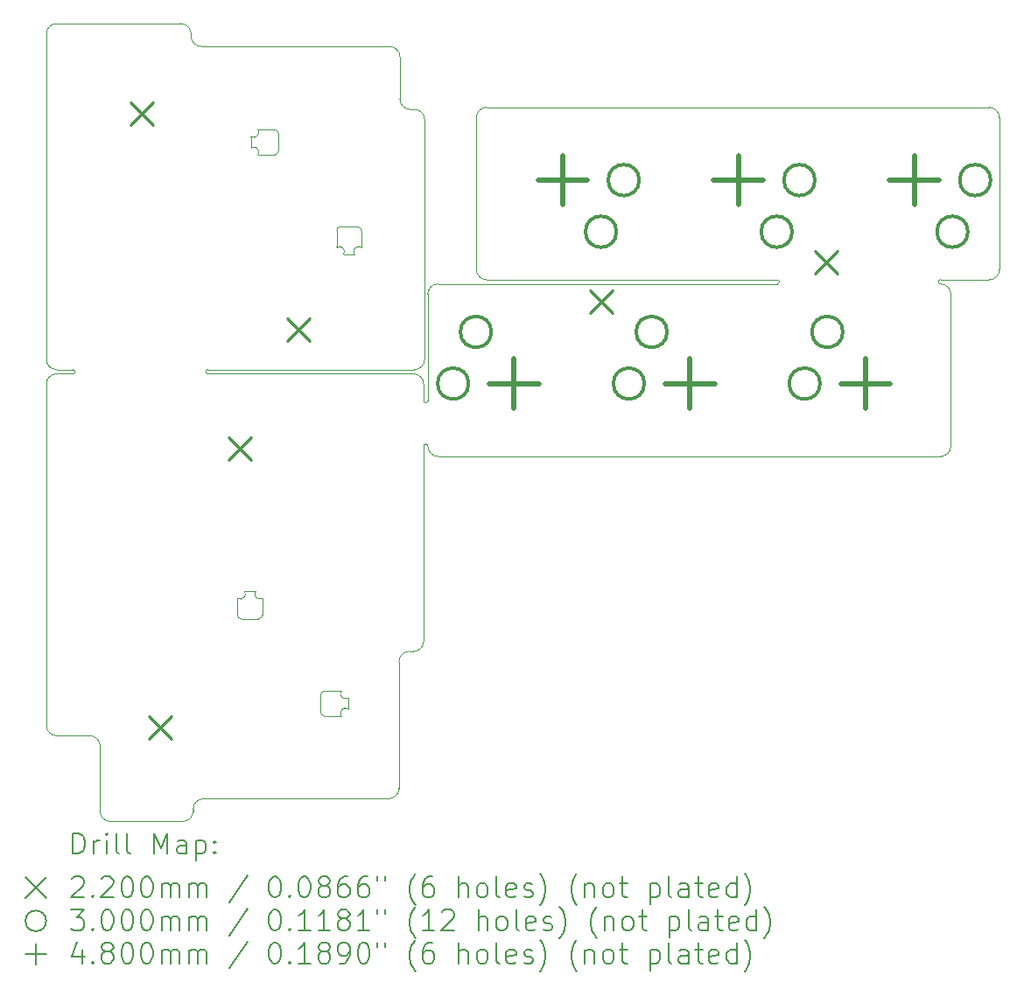
<source format=gbr>
%TF.GenerationSoftware,KiCad,Pcbnew,9.0.0*%
%TF.CreationDate,2025-04-19T14:36:41+09:00*%
%TF.ProjectId,nofy_V2_E,6e6f6679-5f56-4325-9f45-2e6b69636164,rev?*%
%TF.SameCoordinates,Original*%
%TF.FileFunction,Drillmap*%
%TF.FilePolarity,Positive*%
%FSLAX45Y45*%
G04 Gerber Fmt 4.5, Leading zero omitted, Abs format (unit mm)*
G04 Created by KiCad (PCBNEW 9.0.0) date 2025-04-19 14:36:41*
%MOMM*%
%LPD*%
G01*
G04 APERTURE LIST*
%ADD10C,0.050000*%
%ADD11C,0.120000*%
%ADD12C,0.200000*%
%ADD13C,0.220000*%
%ADD14C,0.300000*%
%ADD15C,0.480000*%
G04 APERTURE END LIST*
D10*
X1959550Y-1830300D02*
X3159550Y-1830300D01*
X1959908Y-5180300D02*
X2119550Y-5180300D01*
X5509550Y-5920300D02*
G75*
G02*
X5549550Y-5920300I20000J0D01*
G01*
X5549550Y-5480300D02*
X5549550Y-4450300D01*
X3419550Y-5220300D02*
X5409550Y-5220300D01*
X6019550Y-2740300D02*
G75*
G02*
X6119550Y-2640300I100000J0D01*
G01*
X1859550Y-1930300D02*
G75*
G02*
X1959550Y-1830300I100000J0D01*
G01*
X8929550Y-4310300D02*
G75*
G02*
X8929550Y-4350300I0J-20000D01*
G01*
X3279550Y-9455300D02*
G75*
G02*
X3179550Y-9555300I-100000J0D01*
G01*
X3419550Y-5220300D02*
G75*
G02*
X3419550Y-5180300I0J20000D01*
G01*
X5649550Y-4350300D02*
X8929550Y-4350300D01*
X10609550Y-5920300D02*
X10609550Y-4450300D01*
X6119550Y-4310300D02*
X8929550Y-4310300D01*
X1959550Y-5220300D02*
X2119550Y-5220300D01*
X5279905Y-2151721D02*
X5279905Y-2561011D01*
X2379550Y-9455300D02*
X2379550Y-8825300D01*
X6019550Y-2740300D02*
X6019550Y-4210300D01*
X1859550Y-5320300D02*
G75*
G02*
X1959550Y-5220300I100000J0D01*
G01*
X10979550Y-2640300D02*
G75*
G02*
X11079550Y-2740300I0J-100000D01*
G01*
X11079550Y-4210300D02*
G75*
G02*
X10979550Y-4310300I-100000J0D01*
G01*
X10509550Y-6020300D02*
X5649550Y-6020300D01*
X10509550Y-4310300D02*
X10979550Y-4310300D01*
X5379905Y-2661011D02*
X5419905Y-2661011D01*
X5549550Y-5480300D02*
G75*
G02*
X5509550Y-5480300I-20000J0D01*
G01*
X5510410Y-7808710D02*
G75*
G02*
X5410410Y-7908710I-100000J0D01*
G01*
X6119550Y-2640300D02*
X10979550Y-2640301D01*
X5419905Y-2661011D02*
G75*
G02*
X5519909Y-2761011I5J-99999D01*
G01*
X6119550Y-4310300D02*
G75*
G02*
X6019550Y-4210300I0J100000D01*
G01*
X5509550Y-5320300D02*
X5509550Y-5480300D01*
X5519195Y-5080300D02*
G75*
G02*
X5419195Y-5180305I-100005J0D01*
G01*
X3279550Y-9455300D02*
X3279550Y-9435300D01*
X3159550Y-1830300D02*
G75*
G02*
X3259550Y-1930300I0J-100000D01*
G01*
X5179905Y-2051721D02*
G75*
G02*
X5279909Y-2151721I5J-99999D01*
G01*
X5370410Y-7908710D02*
X5410410Y-7908710D01*
X3179550Y-9555300D02*
X2479550Y-9555300D01*
X5409550Y-5220300D02*
G75*
G02*
X5509550Y-5320300I0J-100000D01*
G01*
X5519905Y-2761011D02*
X5519195Y-5080300D01*
X5509550Y-5920300D02*
X5510410Y-7808710D01*
X3359550Y-2051011D02*
X5180260Y-2051011D01*
X5270410Y-9235300D02*
G75*
G02*
X5170410Y-9335300I-100000J0D01*
G01*
X1859910Y-5080300D02*
X1859550Y-1930300D01*
X2279550Y-8725300D02*
G75*
G02*
X2379550Y-8825300I0J-100000D01*
G01*
X10509550Y-4350300D02*
G75*
G02*
X10509550Y-4310300I10J20000D01*
G01*
X1859550Y-8625300D02*
X1859550Y-5320300D01*
X2119550Y-5180300D02*
G75*
G02*
X2119550Y-5220300I0J-20000D01*
G01*
X5270410Y-8008710D02*
G75*
G02*
X5370410Y-7908710I100000J0D01*
G01*
X5549550Y-4450300D02*
G75*
G02*
X5649550Y-4350300I100000J0D01*
G01*
X11079550Y-2740300D02*
X11079550Y-4210300D01*
X5379905Y-2661011D02*
G75*
G02*
X5279909Y-2561011I5J100001D01*
G01*
X3359550Y-2051011D02*
G75*
G02*
X3259549Y-1951011I0J100001D01*
G01*
X3379550Y-9335300D02*
X5170410Y-9335300D01*
X3279550Y-9435300D02*
G75*
G02*
X3379550Y-9335300I100000J0D01*
G01*
X10509550Y-4350300D02*
G75*
G02*
X10609550Y-4450300I0J-100000D01*
G01*
X5419195Y-5180300D02*
X3419550Y-5180300D01*
X10609550Y-5920300D02*
G75*
G02*
X10509550Y-6020300I-100000J0D01*
G01*
X3259550Y-1951011D02*
X3259550Y-1930300D01*
X2479550Y-9555300D02*
G75*
G02*
X2379550Y-9455300I0J100000D01*
G01*
X1959550Y-8725300D02*
G75*
G02*
X1859550Y-8625300I0J100000D01*
G01*
X5270410Y-8008710D02*
X5270410Y-9235300D01*
X2279550Y-8725300D02*
X1959550Y-8725300D01*
X1959905Y-5180300D02*
G75*
G02*
X1859910Y-5080300I5J100000D01*
G01*
X5649550Y-6020300D02*
G75*
G02*
X5549550Y-5920300I0J100000D01*
G01*
D11*
X3839135Y-3030355D02*
X3839135Y-2926215D01*
X3907715Y-2857635D02*
X4067735Y-2857635D01*
X4067735Y-3098935D02*
X3907715Y-3098935D01*
X4105835Y-2895735D02*
X4105835Y-3060835D01*
X4667135Y-3994605D02*
X4667135Y-3834585D01*
X4705235Y-3796485D02*
X4870335Y-3796485D01*
X4839855Y-4063185D02*
X4735715Y-4063185D01*
X4908435Y-3834585D02*
X4908435Y-3994605D01*
X3839135Y-3030355D02*
G75*
G02*
X3907715Y-3098935I24775J-43805D01*
G01*
X3907715Y-2857635D02*
G75*
G02*
X3839135Y-2926215I-43805J-24775D01*
G01*
X4067735Y-2857635D02*
G75*
G02*
X4105835Y-2895735I1J-38099D01*
G01*
X4105835Y-3060835D02*
G75*
G02*
X4067735Y-3098935I-38100J0D01*
G01*
X4667135Y-3834585D02*
G75*
G02*
X4705235Y-3796486I38099J0D01*
G01*
X4667135Y-3994605D02*
G75*
G02*
X4735715Y-4063185I24775J-43805D01*
G01*
X4839855Y-4063185D02*
G75*
G02*
X4908435Y-3994605I43805J24775D01*
G01*
X4870335Y-3796485D02*
G75*
G02*
X4908435Y-3834585I0J-38100D01*
G01*
X3709525Y-7555625D02*
X3709525Y-7395605D01*
X3778105Y-7327025D02*
X3882245Y-7327025D01*
X3912725Y-7593725D02*
X3747625Y-7593725D01*
X3950825Y-7395605D02*
X3950825Y-7555625D01*
X4512125Y-8494475D02*
X4512125Y-8329375D01*
X4550225Y-8291275D02*
X4710245Y-8291275D01*
X4710245Y-8532575D02*
X4550225Y-8532575D01*
X4778825Y-8359855D02*
X4778825Y-8463995D01*
X3747625Y-7593725D02*
G75*
G02*
X3709525Y-7555625I0J38100D01*
G01*
X3778105Y-7327025D02*
G75*
G02*
X3709525Y-7395605I-43805J-24775D01*
G01*
X3950825Y-7395605D02*
G75*
G02*
X3882245Y-7327025I-24775J43805D01*
G01*
X3950825Y-7555625D02*
G75*
G02*
X3912725Y-7593724I-38099J0D01*
G01*
X4512125Y-8329375D02*
G75*
G02*
X4550225Y-8291275I38100J0D01*
G01*
X4550225Y-8532575D02*
G75*
G02*
X4512125Y-8494475I-1J38099D01*
G01*
X4710245Y-8532575D02*
G75*
G02*
X4778825Y-8463995I43805J24775D01*
G01*
X4778825Y-8359855D02*
G75*
G02*
X4710245Y-8291275I-24775J43805D01*
G01*
D12*
D13*
X2674550Y-2595300D02*
X2894550Y-2815300D01*
X2894550Y-2595300D02*
X2674550Y-2815300D01*
X2854550Y-8535300D02*
X3074550Y-8755300D01*
X3074550Y-8535300D02*
X2854550Y-8755300D01*
X3619550Y-5835300D02*
X3839550Y-6055300D01*
X3839550Y-5835300D02*
X3619550Y-6055300D01*
X4184550Y-4685300D02*
X4404550Y-4905300D01*
X4404550Y-4685300D02*
X4184550Y-4905300D01*
X7114550Y-4410300D02*
X7334550Y-4630300D01*
X7334550Y-4410300D02*
X7114550Y-4630300D01*
X9294550Y-4029580D02*
X9514550Y-4249580D01*
X9514550Y-4029580D02*
X9294550Y-4249580D01*
D14*
X5944550Y-5315300D02*
G75*
G02*
X5644550Y-5315300I-150000J0D01*
G01*
X5644550Y-5315300D02*
G75*
G02*
X5944550Y-5315300I150000J0D01*
G01*
X6164550Y-4815300D02*
G75*
G02*
X5864550Y-4815300I-150000J0D01*
G01*
X5864550Y-4815300D02*
G75*
G02*
X6164550Y-4815300I150000J0D01*
G01*
X7374550Y-3845300D02*
G75*
G02*
X7074550Y-3845300I-150000J0D01*
G01*
X7074550Y-3845300D02*
G75*
G02*
X7374550Y-3845300I150000J0D01*
G01*
X7594550Y-3345300D02*
G75*
G02*
X7294550Y-3345300I-150000J0D01*
G01*
X7294550Y-3345300D02*
G75*
G02*
X7594550Y-3345300I150000J0D01*
G01*
X7644550Y-5315300D02*
G75*
G02*
X7344550Y-5315300I-150000J0D01*
G01*
X7344550Y-5315300D02*
G75*
G02*
X7644550Y-5315300I150000J0D01*
G01*
X7864550Y-4815300D02*
G75*
G02*
X7564550Y-4815300I-150000J0D01*
G01*
X7564550Y-4815300D02*
G75*
G02*
X7864550Y-4815300I150000J0D01*
G01*
X9074550Y-3845300D02*
G75*
G02*
X8774550Y-3845300I-150000J0D01*
G01*
X8774550Y-3845300D02*
G75*
G02*
X9074550Y-3845300I150000J0D01*
G01*
X9294550Y-3345300D02*
G75*
G02*
X8994550Y-3345300I-150000J0D01*
G01*
X8994550Y-3345300D02*
G75*
G02*
X9294550Y-3345300I150000J0D01*
G01*
X9344550Y-5315300D02*
G75*
G02*
X9044550Y-5315300I-150000J0D01*
G01*
X9044550Y-5315300D02*
G75*
G02*
X9344550Y-5315300I150000J0D01*
G01*
X9564550Y-4815300D02*
G75*
G02*
X9264550Y-4815300I-150000J0D01*
G01*
X9264550Y-4815300D02*
G75*
G02*
X9564550Y-4815300I150000J0D01*
G01*
X10774550Y-3845300D02*
G75*
G02*
X10474550Y-3845300I-150000J0D01*
G01*
X10474550Y-3845300D02*
G75*
G02*
X10774550Y-3845300I150000J0D01*
G01*
X10994550Y-3345300D02*
G75*
G02*
X10694550Y-3345300I-150000J0D01*
G01*
X10694550Y-3345300D02*
G75*
G02*
X10994550Y-3345300I150000J0D01*
G01*
D15*
X6384550Y-5075300D02*
X6384550Y-5555300D01*
X6144550Y-5315300D02*
X6624550Y-5315300D01*
X6854550Y-3105300D02*
X6854550Y-3585300D01*
X6614550Y-3345300D02*
X7094550Y-3345300D01*
X8084550Y-5075300D02*
X8084550Y-5555300D01*
X7844550Y-5315300D02*
X8324550Y-5315300D01*
X8554550Y-3105300D02*
X8554550Y-3585300D01*
X8314550Y-3345300D02*
X8794550Y-3345300D01*
X9784550Y-5075300D02*
X9784550Y-5555300D01*
X9544550Y-5315300D02*
X10024550Y-5315300D01*
X10254550Y-3105300D02*
X10254550Y-3585300D01*
X10014550Y-3345300D02*
X10494550Y-3345300D01*
D12*
X2117827Y-9869284D02*
X2117827Y-9669284D01*
X2117827Y-9669284D02*
X2165446Y-9669284D01*
X2165446Y-9669284D02*
X2194017Y-9678808D01*
X2194017Y-9678808D02*
X2213065Y-9697855D01*
X2213065Y-9697855D02*
X2222589Y-9716903D01*
X2222589Y-9716903D02*
X2232113Y-9754998D01*
X2232113Y-9754998D02*
X2232113Y-9783570D01*
X2232113Y-9783570D02*
X2222589Y-9821665D01*
X2222589Y-9821665D02*
X2213065Y-9840712D01*
X2213065Y-9840712D02*
X2194017Y-9859760D01*
X2194017Y-9859760D02*
X2165446Y-9869284D01*
X2165446Y-9869284D02*
X2117827Y-9869284D01*
X2317827Y-9869284D02*
X2317827Y-9735950D01*
X2317827Y-9774046D02*
X2327351Y-9754998D01*
X2327351Y-9754998D02*
X2336874Y-9745474D01*
X2336874Y-9745474D02*
X2355922Y-9735950D01*
X2355922Y-9735950D02*
X2374970Y-9735950D01*
X2441636Y-9869284D02*
X2441636Y-9735950D01*
X2441636Y-9669284D02*
X2432113Y-9678808D01*
X2432113Y-9678808D02*
X2441636Y-9688331D01*
X2441636Y-9688331D02*
X2451160Y-9678808D01*
X2451160Y-9678808D02*
X2441636Y-9669284D01*
X2441636Y-9669284D02*
X2441636Y-9688331D01*
X2565446Y-9869284D02*
X2546398Y-9859760D01*
X2546398Y-9859760D02*
X2536874Y-9840712D01*
X2536874Y-9840712D02*
X2536874Y-9669284D01*
X2670208Y-9869284D02*
X2651160Y-9859760D01*
X2651160Y-9859760D02*
X2641636Y-9840712D01*
X2641636Y-9840712D02*
X2641636Y-9669284D01*
X2898779Y-9869284D02*
X2898779Y-9669284D01*
X2898779Y-9669284D02*
X2965446Y-9812141D01*
X2965446Y-9812141D02*
X3032112Y-9669284D01*
X3032112Y-9669284D02*
X3032112Y-9869284D01*
X3213065Y-9869284D02*
X3213065Y-9764522D01*
X3213065Y-9764522D02*
X3203541Y-9745474D01*
X3203541Y-9745474D02*
X3184493Y-9735950D01*
X3184493Y-9735950D02*
X3146398Y-9735950D01*
X3146398Y-9735950D02*
X3127351Y-9745474D01*
X3213065Y-9859760D02*
X3194017Y-9869284D01*
X3194017Y-9869284D02*
X3146398Y-9869284D01*
X3146398Y-9869284D02*
X3127351Y-9859760D01*
X3127351Y-9859760D02*
X3117827Y-9840712D01*
X3117827Y-9840712D02*
X3117827Y-9821665D01*
X3117827Y-9821665D02*
X3127351Y-9802617D01*
X3127351Y-9802617D02*
X3146398Y-9793093D01*
X3146398Y-9793093D02*
X3194017Y-9793093D01*
X3194017Y-9793093D02*
X3213065Y-9783570D01*
X3308303Y-9735950D02*
X3308303Y-9935950D01*
X3308303Y-9745474D02*
X3327351Y-9735950D01*
X3327351Y-9735950D02*
X3365446Y-9735950D01*
X3365446Y-9735950D02*
X3384493Y-9745474D01*
X3384493Y-9745474D02*
X3394017Y-9754998D01*
X3394017Y-9754998D02*
X3403541Y-9774046D01*
X3403541Y-9774046D02*
X3403541Y-9831189D01*
X3403541Y-9831189D02*
X3394017Y-9850236D01*
X3394017Y-9850236D02*
X3384493Y-9859760D01*
X3384493Y-9859760D02*
X3365446Y-9869284D01*
X3365446Y-9869284D02*
X3327351Y-9869284D01*
X3327351Y-9869284D02*
X3308303Y-9859760D01*
X3489255Y-9850236D02*
X3498779Y-9859760D01*
X3498779Y-9859760D02*
X3489255Y-9869284D01*
X3489255Y-9869284D02*
X3479732Y-9859760D01*
X3479732Y-9859760D02*
X3489255Y-9850236D01*
X3489255Y-9850236D02*
X3489255Y-9869284D01*
X3489255Y-9745474D02*
X3498779Y-9754998D01*
X3498779Y-9754998D02*
X3489255Y-9764522D01*
X3489255Y-9764522D02*
X3479732Y-9754998D01*
X3479732Y-9754998D02*
X3489255Y-9745474D01*
X3489255Y-9745474D02*
X3489255Y-9764522D01*
X1657050Y-10097800D02*
X1857050Y-10297800D01*
X1857050Y-10097800D02*
X1657050Y-10297800D01*
X2108303Y-10108331D02*
X2117827Y-10098808D01*
X2117827Y-10098808D02*
X2136874Y-10089284D01*
X2136874Y-10089284D02*
X2184494Y-10089284D01*
X2184494Y-10089284D02*
X2203541Y-10098808D01*
X2203541Y-10098808D02*
X2213065Y-10108331D01*
X2213065Y-10108331D02*
X2222589Y-10127379D01*
X2222589Y-10127379D02*
X2222589Y-10146427D01*
X2222589Y-10146427D02*
X2213065Y-10174998D01*
X2213065Y-10174998D02*
X2098779Y-10289284D01*
X2098779Y-10289284D02*
X2222589Y-10289284D01*
X2308303Y-10270236D02*
X2317827Y-10279760D01*
X2317827Y-10279760D02*
X2308303Y-10289284D01*
X2308303Y-10289284D02*
X2298779Y-10279760D01*
X2298779Y-10279760D02*
X2308303Y-10270236D01*
X2308303Y-10270236D02*
X2308303Y-10289284D01*
X2394017Y-10108331D02*
X2403541Y-10098808D01*
X2403541Y-10098808D02*
X2422589Y-10089284D01*
X2422589Y-10089284D02*
X2470208Y-10089284D01*
X2470208Y-10089284D02*
X2489255Y-10098808D01*
X2489255Y-10098808D02*
X2498779Y-10108331D01*
X2498779Y-10108331D02*
X2508303Y-10127379D01*
X2508303Y-10127379D02*
X2508303Y-10146427D01*
X2508303Y-10146427D02*
X2498779Y-10174998D01*
X2498779Y-10174998D02*
X2384494Y-10289284D01*
X2384494Y-10289284D02*
X2508303Y-10289284D01*
X2632113Y-10089284D02*
X2651160Y-10089284D01*
X2651160Y-10089284D02*
X2670208Y-10098808D01*
X2670208Y-10098808D02*
X2679732Y-10108331D01*
X2679732Y-10108331D02*
X2689255Y-10127379D01*
X2689255Y-10127379D02*
X2698779Y-10165474D01*
X2698779Y-10165474D02*
X2698779Y-10213093D01*
X2698779Y-10213093D02*
X2689255Y-10251189D01*
X2689255Y-10251189D02*
X2679732Y-10270236D01*
X2679732Y-10270236D02*
X2670208Y-10279760D01*
X2670208Y-10279760D02*
X2651160Y-10289284D01*
X2651160Y-10289284D02*
X2632113Y-10289284D01*
X2632113Y-10289284D02*
X2613065Y-10279760D01*
X2613065Y-10279760D02*
X2603541Y-10270236D01*
X2603541Y-10270236D02*
X2594017Y-10251189D01*
X2594017Y-10251189D02*
X2584494Y-10213093D01*
X2584494Y-10213093D02*
X2584494Y-10165474D01*
X2584494Y-10165474D02*
X2594017Y-10127379D01*
X2594017Y-10127379D02*
X2603541Y-10108331D01*
X2603541Y-10108331D02*
X2613065Y-10098808D01*
X2613065Y-10098808D02*
X2632113Y-10089284D01*
X2822589Y-10089284D02*
X2841636Y-10089284D01*
X2841636Y-10089284D02*
X2860684Y-10098808D01*
X2860684Y-10098808D02*
X2870208Y-10108331D01*
X2870208Y-10108331D02*
X2879732Y-10127379D01*
X2879732Y-10127379D02*
X2889255Y-10165474D01*
X2889255Y-10165474D02*
X2889255Y-10213093D01*
X2889255Y-10213093D02*
X2879732Y-10251189D01*
X2879732Y-10251189D02*
X2870208Y-10270236D01*
X2870208Y-10270236D02*
X2860684Y-10279760D01*
X2860684Y-10279760D02*
X2841636Y-10289284D01*
X2841636Y-10289284D02*
X2822589Y-10289284D01*
X2822589Y-10289284D02*
X2803541Y-10279760D01*
X2803541Y-10279760D02*
X2794017Y-10270236D01*
X2794017Y-10270236D02*
X2784494Y-10251189D01*
X2784494Y-10251189D02*
X2774970Y-10213093D01*
X2774970Y-10213093D02*
X2774970Y-10165474D01*
X2774970Y-10165474D02*
X2784494Y-10127379D01*
X2784494Y-10127379D02*
X2794017Y-10108331D01*
X2794017Y-10108331D02*
X2803541Y-10098808D01*
X2803541Y-10098808D02*
X2822589Y-10089284D01*
X2974970Y-10289284D02*
X2974970Y-10155950D01*
X2974970Y-10174998D02*
X2984493Y-10165474D01*
X2984493Y-10165474D02*
X3003541Y-10155950D01*
X3003541Y-10155950D02*
X3032113Y-10155950D01*
X3032113Y-10155950D02*
X3051160Y-10165474D01*
X3051160Y-10165474D02*
X3060684Y-10184522D01*
X3060684Y-10184522D02*
X3060684Y-10289284D01*
X3060684Y-10184522D02*
X3070208Y-10165474D01*
X3070208Y-10165474D02*
X3089255Y-10155950D01*
X3089255Y-10155950D02*
X3117827Y-10155950D01*
X3117827Y-10155950D02*
X3136874Y-10165474D01*
X3136874Y-10165474D02*
X3146398Y-10184522D01*
X3146398Y-10184522D02*
X3146398Y-10289284D01*
X3241636Y-10289284D02*
X3241636Y-10155950D01*
X3241636Y-10174998D02*
X3251160Y-10165474D01*
X3251160Y-10165474D02*
X3270208Y-10155950D01*
X3270208Y-10155950D02*
X3298779Y-10155950D01*
X3298779Y-10155950D02*
X3317827Y-10165474D01*
X3317827Y-10165474D02*
X3327351Y-10184522D01*
X3327351Y-10184522D02*
X3327351Y-10289284D01*
X3327351Y-10184522D02*
X3336874Y-10165474D01*
X3336874Y-10165474D02*
X3355922Y-10155950D01*
X3355922Y-10155950D02*
X3384493Y-10155950D01*
X3384493Y-10155950D02*
X3403541Y-10165474D01*
X3403541Y-10165474D02*
X3413065Y-10184522D01*
X3413065Y-10184522D02*
X3413065Y-10289284D01*
X3803541Y-10079760D02*
X3632113Y-10336903D01*
X4060684Y-10089284D02*
X4079732Y-10089284D01*
X4079732Y-10089284D02*
X4098779Y-10098808D01*
X4098779Y-10098808D02*
X4108303Y-10108331D01*
X4108303Y-10108331D02*
X4117827Y-10127379D01*
X4117827Y-10127379D02*
X4127351Y-10165474D01*
X4127351Y-10165474D02*
X4127351Y-10213093D01*
X4127351Y-10213093D02*
X4117827Y-10251189D01*
X4117827Y-10251189D02*
X4108303Y-10270236D01*
X4108303Y-10270236D02*
X4098779Y-10279760D01*
X4098779Y-10279760D02*
X4079732Y-10289284D01*
X4079732Y-10289284D02*
X4060684Y-10289284D01*
X4060684Y-10289284D02*
X4041636Y-10279760D01*
X4041636Y-10279760D02*
X4032113Y-10270236D01*
X4032113Y-10270236D02*
X4022589Y-10251189D01*
X4022589Y-10251189D02*
X4013065Y-10213093D01*
X4013065Y-10213093D02*
X4013065Y-10165474D01*
X4013065Y-10165474D02*
X4022589Y-10127379D01*
X4022589Y-10127379D02*
X4032113Y-10108331D01*
X4032113Y-10108331D02*
X4041636Y-10098808D01*
X4041636Y-10098808D02*
X4060684Y-10089284D01*
X4213065Y-10270236D02*
X4222589Y-10279760D01*
X4222589Y-10279760D02*
X4213065Y-10289284D01*
X4213065Y-10289284D02*
X4203541Y-10279760D01*
X4203541Y-10279760D02*
X4213065Y-10270236D01*
X4213065Y-10270236D02*
X4213065Y-10289284D01*
X4346398Y-10089284D02*
X4365446Y-10089284D01*
X4365446Y-10089284D02*
X4384494Y-10098808D01*
X4384494Y-10098808D02*
X4394018Y-10108331D01*
X4394018Y-10108331D02*
X4403541Y-10127379D01*
X4403541Y-10127379D02*
X4413065Y-10165474D01*
X4413065Y-10165474D02*
X4413065Y-10213093D01*
X4413065Y-10213093D02*
X4403541Y-10251189D01*
X4403541Y-10251189D02*
X4394018Y-10270236D01*
X4394018Y-10270236D02*
X4384494Y-10279760D01*
X4384494Y-10279760D02*
X4365446Y-10289284D01*
X4365446Y-10289284D02*
X4346398Y-10289284D01*
X4346398Y-10289284D02*
X4327351Y-10279760D01*
X4327351Y-10279760D02*
X4317827Y-10270236D01*
X4317827Y-10270236D02*
X4308303Y-10251189D01*
X4308303Y-10251189D02*
X4298779Y-10213093D01*
X4298779Y-10213093D02*
X4298779Y-10165474D01*
X4298779Y-10165474D02*
X4308303Y-10127379D01*
X4308303Y-10127379D02*
X4317827Y-10108331D01*
X4317827Y-10108331D02*
X4327351Y-10098808D01*
X4327351Y-10098808D02*
X4346398Y-10089284D01*
X4527351Y-10174998D02*
X4508303Y-10165474D01*
X4508303Y-10165474D02*
X4498779Y-10155950D01*
X4498779Y-10155950D02*
X4489256Y-10136903D01*
X4489256Y-10136903D02*
X4489256Y-10127379D01*
X4489256Y-10127379D02*
X4498779Y-10108331D01*
X4498779Y-10108331D02*
X4508303Y-10098808D01*
X4508303Y-10098808D02*
X4527351Y-10089284D01*
X4527351Y-10089284D02*
X4565446Y-10089284D01*
X4565446Y-10089284D02*
X4584494Y-10098808D01*
X4584494Y-10098808D02*
X4594018Y-10108331D01*
X4594018Y-10108331D02*
X4603541Y-10127379D01*
X4603541Y-10127379D02*
X4603541Y-10136903D01*
X4603541Y-10136903D02*
X4594018Y-10155950D01*
X4594018Y-10155950D02*
X4584494Y-10165474D01*
X4584494Y-10165474D02*
X4565446Y-10174998D01*
X4565446Y-10174998D02*
X4527351Y-10174998D01*
X4527351Y-10174998D02*
X4508303Y-10184522D01*
X4508303Y-10184522D02*
X4498779Y-10194046D01*
X4498779Y-10194046D02*
X4489256Y-10213093D01*
X4489256Y-10213093D02*
X4489256Y-10251189D01*
X4489256Y-10251189D02*
X4498779Y-10270236D01*
X4498779Y-10270236D02*
X4508303Y-10279760D01*
X4508303Y-10279760D02*
X4527351Y-10289284D01*
X4527351Y-10289284D02*
X4565446Y-10289284D01*
X4565446Y-10289284D02*
X4584494Y-10279760D01*
X4584494Y-10279760D02*
X4594018Y-10270236D01*
X4594018Y-10270236D02*
X4603541Y-10251189D01*
X4603541Y-10251189D02*
X4603541Y-10213093D01*
X4603541Y-10213093D02*
X4594018Y-10194046D01*
X4594018Y-10194046D02*
X4584494Y-10184522D01*
X4584494Y-10184522D02*
X4565446Y-10174998D01*
X4774970Y-10089284D02*
X4736875Y-10089284D01*
X4736875Y-10089284D02*
X4717827Y-10098808D01*
X4717827Y-10098808D02*
X4708303Y-10108331D01*
X4708303Y-10108331D02*
X4689256Y-10136903D01*
X4689256Y-10136903D02*
X4679732Y-10174998D01*
X4679732Y-10174998D02*
X4679732Y-10251189D01*
X4679732Y-10251189D02*
X4689256Y-10270236D01*
X4689256Y-10270236D02*
X4698779Y-10279760D01*
X4698779Y-10279760D02*
X4717827Y-10289284D01*
X4717827Y-10289284D02*
X4755922Y-10289284D01*
X4755922Y-10289284D02*
X4774970Y-10279760D01*
X4774970Y-10279760D02*
X4784494Y-10270236D01*
X4784494Y-10270236D02*
X4794018Y-10251189D01*
X4794018Y-10251189D02*
X4794018Y-10203570D01*
X4794018Y-10203570D02*
X4784494Y-10184522D01*
X4784494Y-10184522D02*
X4774970Y-10174998D01*
X4774970Y-10174998D02*
X4755922Y-10165474D01*
X4755922Y-10165474D02*
X4717827Y-10165474D01*
X4717827Y-10165474D02*
X4698779Y-10174998D01*
X4698779Y-10174998D02*
X4689256Y-10184522D01*
X4689256Y-10184522D02*
X4679732Y-10203570D01*
X4965446Y-10089284D02*
X4927351Y-10089284D01*
X4927351Y-10089284D02*
X4908303Y-10098808D01*
X4908303Y-10098808D02*
X4898779Y-10108331D01*
X4898779Y-10108331D02*
X4879732Y-10136903D01*
X4879732Y-10136903D02*
X4870208Y-10174998D01*
X4870208Y-10174998D02*
X4870208Y-10251189D01*
X4870208Y-10251189D02*
X4879732Y-10270236D01*
X4879732Y-10270236D02*
X4889256Y-10279760D01*
X4889256Y-10279760D02*
X4908303Y-10289284D01*
X4908303Y-10289284D02*
X4946399Y-10289284D01*
X4946399Y-10289284D02*
X4965446Y-10279760D01*
X4965446Y-10279760D02*
X4974970Y-10270236D01*
X4974970Y-10270236D02*
X4984494Y-10251189D01*
X4984494Y-10251189D02*
X4984494Y-10203570D01*
X4984494Y-10203570D02*
X4974970Y-10184522D01*
X4974970Y-10184522D02*
X4965446Y-10174998D01*
X4965446Y-10174998D02*
X4946399Y-10165474D01*
X4946399Y-10165474D02*
X4908303Y-10165474D01*
X4908303Y-10165474D02*
X4889256Y-10174998D01*
X4889256Y-10174998D02*
X4879732Y-10184522D01*
X4879732Y-10184522D02*
X4870208Y-10203570D01*
X5060684Y-10089284D02*
X5060684Y-10127379D01*
X5136875Y-10089284D02*
X5136875Y-10127379D01*
X5432113Y-10365474D02*
X5422589Y-10355950D01*
X5422589Y-10355950D02*
X5403541Y-10327379D01*
X5403541Y-10327379D02*
X5394018Y-10308331D01*
X5394018Y-10308331D02*
X5384494Y-10279760D01*
X5384494Y-10279760D02*
X5374970Y-10232141D01*
X5374970Y-10232141D02*
X5374970Y-10194046D01*
X5374970Y-10194046D02*
X5384494Y-10146427D01*
X5384494Y-10146427D02*
X5394018Y-10117855D01*
X5394018Y-10117855D02*
X5403541Y-10098808D01*
X5403541Y-10098808D02*
X5422589Y-10070236D01*
X5422589Y-10070236D02*
X5432113Y-10060712D01*
X5594018Y-10089284D02*
X5555922Y-10089284D01*
X5555922Y-10089284D02*
X5536875Y-10098808D01*
X5536875Y-10098808D02*
X5527351Y-10108331D01*
X5527351Y-10108331D02*
X5508303Y-10136903D01*
X5508303Y-10136903D02*
X5498780Y-10174998D01*
X5498780Y-10174998D02*
X5498780Y-10251189D01*
X5498780Y-10251189D02*
X5508303Y-10270236D01*
X5508303Y-10270236D02*
X5517827Y-10279760D01*
X5517827Y-10279760D02*
X5536875Y-10289284D01*
X5536875Y-10289284D02*
X5574970Y-10289284D01*
X5574970Y-10289284D02*
X5594018Y-10279760D01*
X5594018Y-10279760D02*
X5603541Y-10270236D01*
X5603541Y-10270236D02*
X5613065Y-10251189D01*
X5613065Y-10251189D02*
X5613065Y-10203570D01*
X5613065Y-10203570D02*
X5603541Y-10184522D01*
X5603541Y-10184522D02*
X5594018Y-10174998D01*
X5594018Y-10174998D02*
X5574970Y-10165474D01*
X5574970Y-10165474D02*
X5536875Y-10165474D01*
X5536875Y-10165474D02*
X5517827Y-10174998D01*
X5517827Y-10174998D02*
X5508303Y-10184522D01*
X5508303Y-10184522D02*
X5498780Y-10203570D01*
X5851160Y-10289284D02*
X5851160Y-10089284D01*
X5936875Y-10289284D02*
X5936875Y-10184522D01*
X5936875Y-10184522D02*
X5927351Y-10165474D01*
X5927351Y-10165474D02*
X5908303Y-10155950D01*
X5908303Y-10155950D02*
X5879732Y-10155950D01*
X5879732Y-10155950D02*
X5860684Y-10165474D01*
X5860684Y-10165474D02*
X5851160Y-10174998D01*
X6060684Y-10289284D02*
X6041637Y-10279760D01*
X6041637Y-10279760D02*
X6032113Y-10270236D01*
X6032113Y-10270236D02*
X6022589Y-10251189D01*
X6022589Y-10251189D02*
X6022589Y-10194046D01*
X6022589Y-10194046D02*
X6032113Y-10174998D01*
X6032113Y-10174998D02*
X6041637Y-10165474D01*
X6041637Y-10165474D02*
X6060684Y-10155950D01*
X6060684Y-10155950D02*
X6089256Y-10155950D01*
X6089256Y-10155950D02*
X6108303Y-10165474D01*
X6108303Y-10165474D02*
X6117827Y-10174998D01*
X6117827Y-10174998D02*
X6127351Y-10194046D01*
X6127351Y-10194046D02*
X6127351Y-10251189D01*
X6127351Y-10251189D02*
X6117827Y-10270236D01*
X6117827Y-10270236D02*
X6108303Y-10279760D01*
X6108303Y-10279760D02*
X6089256Y-10289284D01*
X6089256Y-10289284D02*
X6060684Y-10289284D01*
X6241637Y-10289284D02*
X6222589Y-10279760D01*
X6222589Y-10279760D02*
X6213065Y-10260712D01*
X6213065Y-10260712D02*
X6213065Y-10089284D01*
X6394018Y-10279760D02*
X6374970Y-10289284D01*
X6374970Y-10289284D02*
X6336875Y-10289284D01*
X6336875Y-10289284D02*
X6317827Y-10279760D01*
X6317827Y-10279760D02*
X6308303Y-10260712D01*
X6308303Y-10260712D02*
X6308303Y-10184522D01*
X6308303Y-10184522D02*
X6317827Y-10165474D01*
X6317827Y-10165474D02*
X6336875Y-10155950D01*
X6336875Y-10155950D02*
X6374970Y-10155950D01*
X6374970Y-10155950D02*
X6394018Y-10165474D01*
X6394018Y-10165474D02*
X6403541Y-10184522D01*
X6403541Y-10184522D02*
X6403541Y-10203570D01*
X6403541Y-10203570D02*
X6308303Y-10222617D01*
X6479732Y-10279760D02*
X6498780Y-10289284D01*
X6498780Y-10289284D02*
X6536875Y-10289284D01*
X6536875Y-10289284D02*
X6555922Y-10279760D01*
X6555922Y-10279760D02*
X6565446Y-10260712D01*
X6565446Y-10260712D02*
X6565446Y-10251189D01*
X6565446Y-10251189D02*
X6555922Y-10232141D01*
X6555922Y-10232141D02*
X6536875Y-10222617D01*
X6536875Y-10222617D02*
X6508303Y-10222617D01*
X6508303Y-10222617D02*
X6489256Y-10213093D01*
X6489256Y-10213093D02*
X6479732Y-10194046D01*
X6479732Y-10194046D02*
X6479732Y-10184522D01*
X6479732Y-10184522D02*
X6489256Y-10165474D01*
X6489256Y-10165474D02*
X6508303Y-10155950D01*
X6508303Y-10155950D02*
X6536875Y-10155950D01*
X6536875Y-10155950D02*
X6555922Y-10165474D01*
X6632113Y-10365474D02*
X6641637Y-10355950D01*
X6641637Y-10355950D02*
X6660684Y-10327379D01*
X6660684Y-10327379D02*
X6670208Y-10308331D01*
X6670208Y-10308331D02*
X6679732Y-10279760D01*
X6679732Y-10279760D02*
X6689256Y-10232141D01*
X6689256Y-10232141D02*
X6689256Y-10194046D01*
X6689256Y-10194046D02*
X6679732Y-10146427D01*
X6679732Y-10146427D02*
X6670208Y-10117855D01*
X6670208Y-10117855D02*
X6660684Y-10098808D01*
X6660684Y-10098808D02*
X6641637Y-10070236D01*
X6641637Y-10070236D02*
X6632113Y-10060712D01*
X6994018Y-10365474D02*
X6984494Y-10355950D01*
X6984494Y-10355950D02*
X6965446Y-10327379D01*
X6965446Y-10327379D02*
X6955922Y-10308331D01*
X6955922Y-10308331D02*
X6946399Y-10279760D01*
X6946399Y-10279760D02*
X6936875Y-10232141D01*
X6936875Y-10232141D02*
X6936875Y-10194046D01*
X6936875Y-10194046D02*
X6946399Y-10146427D01*
X6946399Y-10146427D02*
X6955922Y-10117855D01*
X6955922Y-10117855D02*
X6965446Y-10098808D01*
X6965446Y-10098808D02*
X6984494Y-10070236D01*
X6984494Y-10070236D02*
X6994018Y-10060712D01*
X7070208Y-10155950D02*
X7070208Y-10289284D01*
X7070208Y-10174998D02*
X7079732Y-10165474D01*
X7079732Y-10165474D02*
X7098780Y-10155950D01*
X7098780Y-10155950D02*
X7127351Y-10155950D01*
X7127351Y-10155950D02*
X7146399Y-10165474D01*
X7146399Y-10165474D02*
X7155922Y-10184522D01*
X7155922Y-10184522D02*
X7155922Y-10289284D01*
X7279732Y-10289284D02*
X7260684Y-10279760D01*
X7260684Y-10279760D02*
X7251161Y-10270236D01*
X7251161Y-10270236D02*
X7241637Y-10251189D01*
X7241637Y-10251189D02*
X7241637Y-10194046D01*
X7241637Y-10194046D02*
X7251161Y-10174998D01*
X7251161Y-10174998D02*
X7260684Y-10165474D01*
X7260684Y-10165474D02*
X7279732Y-10155950D01*
X7279732Y-10155950D02*
X7308303Y-10155950D01*
X7308303Y-10155950D02*
X7327351Y-10165474D01*
X7327351Y-10165474D02*
X7336875Y-10174998D01*
X7336875Y-10174998D02*
X7346399Y-10194046D01*
X7346399Y-10194046D02*
X7346399Y-10251189D01*
X7346399Y-10251189D02*
X7336875Y-10270236D01*
X7336875Y-10270236D02*
X7327351Y-10279760D01*
X7327351Y-10279760D02*
X7308303Y-10289284D01*
X7308303Y-10289284D02*
X7279732Y-10289284D01*
X7403542Y-10155950D02*
X7479732Y-10155950D01*
X7432113Y-10089284D02*
X7432113Y-10260712D01*
X7432113Y-10260712D02*
X7441637Y-10279760D01*
X7441637Y-10279760D02*
X7460684Y-10289284D01*
X7460684Y-10289284D02*
X7479732Y-10289284D01*
X7698780Y-10155950D02*
X7698780Y-10355950D01*
X7698780Y-10165474D02*
X7717827Y-10155950D01*
X7717827Y-10155950D02*
X7755923Y-10155950D01*
X7755923Y-10155950D02*
X7774970Y-10165474D01*
X7774970Y-10165474D02*
X7784494Y-10174998D01*
X7784494Y-10174998D02*
X7794018Y-10194046D01*
X7794018Y-10194046D02*
X7794018Y-10251189D01*
X7794018Y-10251189D02*
X7784494Y-10270236D01*
X7784494Y-10270236D02*
X7774970Y-10279760D01*
X7774970Y-10279760D02*
X7755923Y-10289284D01*
X7755923Y-10289284D02*
X7717827Y-10289284D01*
X7717827Y-10289284D02*
X7698780Y-10279760D01*
X7908303Y-10289284D02*
X7889256Y-10279760D01*
X7889256Y-10279760D02*
X7879732Y-10260712D01*
X7879732Y-10260712D02*
X7879732Y-10089284D01*
X8070208Y-10289284D02*
X8070208Y-10184522D01*
X8070208Y-10184522D02*
X8060684Y-10165474D01*
X8060684Y-10165474D02*
X8041637Y-10155950D01*
X8041637Y-10155950D02*
X8003542Y-10155950D01*
X8003542Y-10155950D02*
X7984494Y-10165474D01*
X8070208Y-10279760D02*
X8051161Y-10289284D01*
X8051161Y-10289284D02*
X8003542Y-10289284D01*
X8003542Y-10289284D02*
X7984494Y-10279760D01*
X7984494Y-10279760D02*
X7974970Y-10260712D01*
X7974970Y-10260712D02*
X7974970Y-10241665D01*
X7974970Y-10241665D02*
X7984494Y-10222617D01*
X7984494Y-10222617D02*
X8003542Y-10213093D01*
X8003542Y-10213093D02*
X8051161Y-10213093D01*
X8051161Y-10213093D02*
X8070208Y-10203570D01*
X8136875Y-10155950D02*
X8213065Y-10155950D01*
X8165446Y-10089284D02*
X8165446Y-10260712D01*
X8165446Y-10260712D02*
X8174970Y-10279760D01*
X8174970Y-10279760D02*
X8194018Y-10289284D01*
X8194018Y-10289284D02*
X8213065Y-10289284D01*
X8355923Y-10279760D02*
X8336875Y-10289284D01*
X8336875Y-10289284D02*
X8298780Y-10289284D01*
X8298780Y-10289284D02*
X8279732Y-10279760D01*
X8279732Y-10279760D02*
X8270208Y-10260712D01*
X8270208Y-10260712D02*
X8270208Y-10184522D01*
X8270208Y-10184522D02*
X8279732Y-10165474D01*
X8279732Y-10165474D02*
X8298780Y-10155950D01*
X8298780Y-10155950D02*
X8336875Y-10155950D01*
X8336875Y-10155950D02*
X8355923Y-10165474D01*
X8355923Y-10165474D02*
X8365446Y-10184522D01*
X8365446Y-10184522D02*
X8365446Y-10203570D01*
X8365446Y-10203570D02*
X8270208Y-10222617D01*
X8536875Y-10289284D02*
X8536875Y-10089284D01*
X8536875Y-10279760D02*
X8517827Y-10289284D01*
X8517827Y-10289284D02*
X8479732Y-10289284D01*
X8479732Y-10289284D02*
X8460685Y-10279760D01*
X8460685Y-10279760D02*
X8451161Y-10270236D01*
X8451161Y-10270236D02*
X8441637Y-10251189D01*
X8441637Y-10251189D02*
X8441637Y-10194046D01*
X8441637Y-10194046D02*
X8451161Y-10174998D01*
X8451161Y-10174998D02*
X8460685Y-10165474D01*
X8460685Y-10165474D02*
X8479732Y-10155950D01*
X8479732Y-10155950D02*
X8517827Y-10155950D01*
X8517827Y-10155950D02*
X8536875Y-10165474D01*
X8613066Y-10365474D02*
X8622589Y-10355950D01*
X8622589Y-10355950D02*
X8641637Y-10327379D01*
X8641637Y-10327379D02*
X8651161Y-10308331D01*
X8651161Y-10308331D02*
X8660685Y-10279760D01*
X8660685Y-10279760D02*
X8670208Y-10232141D01*
X8670208Y-10232141D02*
X8670208Y-10194046D01*
X8670208Y-10194046D02*
X8660685Y-10146427D01*
X8660685Y-10146427D02*
X8651161Y-10117855D01*
X8651161Y-10117855D02*
X8641637Y-10098808D01*
X8641637Y-10098808D02*
X8622589Y-10070236D01*
X8622589Y-10070236D02*
X8613066Y-10060712D01*
X1857050Y-10517800D02*
G75*
G02*
X1657050Y-10517800I-100000J0D01*
G01*
X1657050Y-10517800D02*
G75*
G02*
X1857050Y-10517800I100000J0D01*
G01*
X2098779Y-10409284D02*
X2222589Y-10409284D01*
X2222589Y-10409284D02*
X2155922Y-10485474D01*
X2155922Y-10485474D02*
X2184494Y-10485474D01*
X2184494Y-10485474D02*
X2203541Y-10494998D01*
X2203541Y-10494998D02*
X2213065Y-10504522D01*
X2213065Y-10504522D02*
X2222589Y-10523570D01*
X2222589Y-10523570D02*
X2222589Y-10571189D01*
X2222589Y-10571189D02*
X2213065Y-10590236D01*
X2213065Y-10590236D02*
X2203541Y-10599760D01*
X2203541Y-10599760D02*
X2184494Y-10609284D01*
X2184494Y-10609284D02*
X2127351Y-10609284D01*
X2127351Y-10609284D02*
X2108303Y-10599760D01*
X2108303Y-10599760D02*
X2098779Y-10590236D01*
X2308303Y-10590236D02*
X2317827Y-10599760D01*
X2317827Y-10599760D02*
X2308303Y-10609284D01*
X2308303Y-10609284D02*
X2298779Y-10599760D01*
X2298779Y-10599760D02*
X2308303Y-10590236D01*
X2308303Y-10590236D02*
X2308303Y-10609284D01*
X2441636Y-10409284D02*
X2460684Y-10409284D01*
X2460684Y-10409284D02*
X2479732Y-10418808D01*
X2479732Y-10418808D02*
X2489255Y-10428331D01*
X2489255Y-10428331D02*
X2498779Y-10447379D01*
X2498779Y-10447379D02*
X2508303Y-10485474D01*
X2508303Y-10485474D02*
X2508303Y-10533093D01*
X2508303Y-10533093D02*
X2498779Y-10571189D01*
X2498779Y-10571189D02*
X2489255Y-10590236D01*
X2489255Y-10590236D02*
X2479732Y-10599760D01*
X2479732Y-10599760D02*
X2460684Y-10609284D01*
X2460684Y-10609284D02*
X2441636Y-10609284D01*
X2441636Y-10609284D02*
X2422589Y-10599760D01*
X2422589Y-10599760D02*
X2413065Y-10590236D01*
X2413065Y-10590236D02*
X2403541Y-10571189D01*
X2403541Y-10571189D02*
X2394017Y-10533093D01*
X2394017Y-10533093D02*
X2394017Y-10485474D01*
X2394017Y-10485474D02*
X2403541Y-10447379D01*
X2403541Y-10447379D02*
X2413065Y-10428331D01*
X2413065Y-10428331D02*
X2422589Y-10418808D01*
X2422589Y-10418808D02*
X2441636Y-10409284D01*
X2632113Y-10409284D02*
X2651160Y-10409284D01*
X2651160Y-10409284D02*
X2670208Y-10418808D01*
X2670208Y-10418808D02*
X2679732Y-10428331D01*
X2679732Y-10428331D02*
X2689255Y-10447379D01*
X2689255Y-10447379D02*
X2698779Y-10485474D01*
X2698779Y-10485474D02*
X2698779Y-10533093D01*
X2698779Y-10533093D02*
X2689255Y-10571189D01*
X2689255Y-10571189D02*
X2679732Y-10590236D01*
X2679732Y-10590236D02*
X2670208Y-10599760D01*
X2670208Y-10599760D02*
X2651160Y-10609284D01*
X2651160Y-10609284D02*
X2632113Y-10609284D01*
X2632113Y-10609284D02*
X2613065Y-10599760D01*
X2613065Y-10599760D02*
X2603541Y-10590236D01*
X2603541Y-10590236D02*
X2594017Y-10571189D01*
X2594017Y-10571189D02*
X2584494Y-10533093D01*
X2584494Y-10533093D02*
X2584494Y-10485474D01*
X2584494Y-10485474D02*
X2594017Y-10447379D01*
X2594017Y-10447379D02*
X2603541Y-10428331D01*
X2603541Y-10428331D02*
X2613065Y-10418808D01*
X2613065Y-10418808D02*
X2632113Y-10409284D01*
X2822589Y-10409284D02*
X2841636Y-10409284D01*
X2841636Y-10409284D02*
X2860684Y-10418808D01*
X2860684Y-10418808D02*
X2870208Y-10428331D01*
X2870208Y-10428331D02*
X2879732Y-10447379D01*
X2879732Y-10447379D02*
X2889255Y-10485474D01*
X2889255Y-10485474D02*
X2889255Y-10533093D01*
X2889255Y-10533093D02*
X2879732Y-10571189D01*
X2879732Y-10571189D02*
X2870208Y-10590236D01*
X2870208Y-10590236D02*
X2860684Y-10599760D01*
X2860684Y-10599760D02*
X2841636Y-10609284D01*
X2841636Y-10609284D02*
X2822589Y-10609284D01*
X2822589Y-10609284D02*
X2803541Y-10599760D01*
X2803541Y-10599760D02*
X2794017Y-10590236D01*
X2794017Y-10590236D02*
X2784494Y-10571189D01*
X2784494Y-10571189D02*
X2774970Y-10533093D01*
X2774970Y-10533093D02*
X2774970Y-10485474D01*
X2774970Y-10485474D02*
X2784494Y-10447379D01*
X2784494Y-10447379D02*
X2794017Y-10428331D01*
X2794017Y-10428331D02*
X2803541Y-10418808D01*
X2803541Y-10418808D02*
X2822589Y-10409284D01*
X2974970Y-10609284D02*
X2974970Y-10475950D01*
X2974970Y-10494998D02*
X2984493Y-10485474D01*
X2984493Y-10485474D02*
X3003541Y-10475950D01*
X3003541Y-10475950D02*
X3032113Y-10475950D01*
X3032113Y-10475950D02*
X3051160Y-10485474D01*
X3051160Y-10485474D02*
X3060684Y-10504522D01*
X3060684Y-10504522D02*
X3060684Y-10609284D01*
X3060684Y-10504522D02*
X3070208Y-10485474D01*
X3070208Y-10485474D02*
X3089255Y-10475950D01*
X3089255Y-10475950D02*
X3117827Y-10475950D01*
X3117827Y-10475950D02*
X3136874Y-10485474D01*
X3136874Y-10485474D02*
X3146398Y-10504522D01*
X3146398Y-10504522D02*
X3146398Y-10609284D01*
X3241636Y-10609284D02*
X3241636Y-10475950D01*
X3241636Y-10494998D02*
X3251160Y-10485474D01*
X3251160Y-10485474D02*
X3270208Y-10475950D01*
X3270208Y-10475950D02*
X3298779Y-10475950D01*
X3298779Y-10475950D02*
X3317827Y-10485474D01*
X3317827Y-10485474D02*
X3327351Y-10504522D01*
X3327351Y-10504522D02*
X3327351Y-10609284D01*
X3327351Y-10504522D02*
X3336874Y-10485474D01*
X3336874Y-10485474D02*
X3355922Y-10475950D01*
X3355922Y-10475950D02*
X3384493Y-10475950D01*
X3384493Y-10475950D02*
X3403541Y-10485474D01*
X3403541Y-10485474D02*
X3413065Y-10504522D01*
X3413065Y-10504522D02*
X3413065Y-10609284D01*
X3803541Y-10399760D02*
X3632113Y-10656903D01*
X4060684Y-10409284D02*
X4079732Y-10409284D01*
X4079732Y-10409284D02*
X4098779Y-10418808D01*
X4098779Y-10418808D02*
X4108303Y-10428331D01*
X4108303Y-10428331D02*
X4117827Y-10447379D01*
X4117827Y-10447379D02*
X4127351Y-10485474D01*
X4127351Y-10485474D02*
X4127351Y-10533093D01*
X4127351Y-10533093D02*
X4117827Y-10571189D01*
X4117827Y-10571189D02*
X4108303Y-10590236D01*
X4108303Y-10590236D02*
X4098779Y-10599760D01*
X4098779Y-10599760D02*
X4079732Y-10609284D01*
X4079732Y-10609284D02*
X4060684Y-10609284D01*
X4060684Y-10609284D02*
X4041636Y-10599760D01*
X4041636Y-10599760D02*
X4032113Y-10590236D01*
X4032113Y-10590236D02*
X4022589Y-10571189D01*
X4022589Y-10571189D02*
X4013065Y-10533093D01*
X4013065Y-10533093D02*
X4013065Y-10485474D01*
X4013065Y-10485474D02*
X4022589Y-10447379D01*
X4022589Y-10447379D02*
X4032113Y-10428331D01*
X4032113Y-10428331D02*
X4041636Y-10418808D01*
X4041636Y-10418808D02*
X4060684Y-10409284D01*
X4213065Y-10590236D02*
X4222589Y-10599760D01*
X4222589Y-10599760D02*
X4213065Y-10609284D01*
X4213065Y-10609284D02*
X4203541Y-10599760D01*
X4203541Y-10599760D02*
X4213065Y-10590236D01*
X4213065Y-10590236D02*
X4213065Y-10609284D01*
X4413065Y-10609284D02*
X4298779Y-10609284D01*
X4355922Y-10609284D02*
X4355922Y-10409284D01*
X4355922Y-10409284D02*
X4336875Y-10437855D01*
X4336875Y-10437855D02*
X4317827Y-10456903D01*
X4317827Y-10456903D02*
X4298779Y-10466427D01*
X4603541Y-10609284D02*
X4489256Y-10609284D01*
X4546398Y-10609284D02*
X4546398Y-10409284D01*
X4546398Y-10409284D02*
X4527351Y-10437855D01*
X4527351Y-10437855D02*
X4508303Y-10456903D01*
X4508303Y-10456903D02*
X4489256Y-10466427D01*
X4717827Y-10494998D02*
X4698779Y-10485474D01*
X4698779Y-10485474D02*
X4689256Y-10475950D01*
X4689256Y-10475950D02*
X4679732Y-10456903D01*
X4679732Y-10456903D02*
X4679732Y-10447379D01*
X4679732Y-10447379D02*
X4689256Y-10428331D01*
X4689256Y-10428331D02*
X4698779Y-10418808D01*
X4698779Y-10418808D02*
X4717827Y-10409284D01*
X4717827Y-10409284D02*
X4755922Y-10409284D01*
X4755922Y-10409284D02*
X4774970Y-10418808D01*
X4774970Y-10418808D02*
X4784494Y-10428331D01*
X4784494Y-10428331D02*
X4794018Y-10447379D01*
X4794018Y-10447379D02*
X4794018Y-10456903D01*
X4794018Y-10456903D02*
X4784494Y-10475950D01*
X4784494Y-10475950D02*
X4774970Y-10485474D01*
X4774970Y-10485474D02*
X4755922Y-10494998D01*
X4755922Y-10494998D02*
X4717827Y-10494998D01*
X4717827Y-10494998D02*
X4698779Y-10504522D01*
X4698779Y-10504522D02*
X4689256Y-10514046D01*
X4689256Y-10514046D02*
X4679732Y-10533093D01*
X4679732Y-10533093D02*
X4679732Y-10571189D01*
X4679732Y-10571189D02*
X4689256Y-10590236D01*
X4689256Y-10590236D02*
X4698779Y-10599760D01*
X4698779Y-10599760D02*
X4717827Y-10609284D01*
X4717827Y-10609284D02*
X4755922Y-10609284D01*
X4755922Y-10609284D02*
X4774970Y-10599760D01*
X4774970Y-10599760D02*
X4784494Y-10590236D01*
X4784494Y-10590236D02*
X4794018Y-10571189D01*
X4794018Y-10571189D02*
X4794018Y-10533093D01*
X4794018Y-10533093D02*
X4784494Y-10514046D01*
X4784494Y-10514046D02*
X4774970Y-10504522D01*
X4774970Y-10504522D02*
X4755922Y-10494998D01*
X4984494Y-10609284D02*
X4870208Y-10609284D01*
X4927351Y-10609284D02*
X4927351Y-10409284D01*
X4927351Y-10409284D02*
X4908303Y-10437855D01*
X4908303Y-10437855D02*
X4889256Y-10456903D01*
X4889256Y-10456903D02*
X4870208Y-10466427D01*
X5060684Y-10409284D02*
X5060684Y-10447379D01*
X5136875Y-10409284D02*
X5136875Y-10447379D01*
X5432113Y-10685474D02*
X5422589Y-10675950D01*
X5422589Y-10675950D02*
X5403541Y-10647379D01*
X5403541Y-10647379D02*
X5394018Y-10628331D01*
X5394018Y-10628331D02*
X5384494Y-10599760D01*
X5384494Y-10599760D02*
X5374970Y-10552141D01*
X5374970Y-10552141D02*
X5374970Y-10514046D01*
X5374970Y-10514046D02*
X5384494Y-10466427D01*
X5384494Y-10466427D02*
X5394018Y-10437855D01*
X5394018Y-10437855D02*
X5403541Y-10418808D01*
X5403541Y-10418808D02*
X5422589Y-10390236D01*
X5422589Y-10390236D02*
X5432113Y-10380712D01*
X5613065Y-10609284D02*
X5498780Y-10609284D01*
X5555922Y-10609284D02*
X5555922Y-10409284D01*
X5555922Y-10409284D02*
X5536875Y-10437855D01*
X5536875Y-10437855D02*
X5517827Y-10456903D01*
X5517827Y-10456903D02*
X5498780Y-10466427D01*
X5689256Y-10428331D02*
X5698779Y-10418808D01*
X5698779Y-10418808D02*
X5717827Y-10409284D01*
X5717827Y-10409284D02*
X5765446Y-10409284D01*
X5765446Y-10409284D02*
X5784494Y-10418808D01*
X5784494Y-10418808D02*
X5794018Y-10428331D01*
X5794018Y-10428331D02*
X5803541Y-10447379D01*
X5803541Y-10447379D02*
X5803541Y-10466427D01*
X5803541Y-10466427D02*
X5794018Y-10494998D01*
X5794018Y-10494998D02*
X5679732Y-10609284D01*
X5679732Y-10609284D02*
X5803541Y-10609284D01*
X6041637Y-10609284D02*
X6041637Y-10409284D01*
X6127351Y-10609284D02*
X6127351Y-10504522D01*
X6127351Y-10504522D02*
X6117827Y-10485474D01*
X6117827Y-10485474D02*
X6098780Y-10475950D01*
X6098780Y-10475950D02*
X6070208Y-10475950D01*
X6070208Y-10475950D02*
X6051160Y-10485474D01*
X6051160Y-10485474D02*
X6041637Y-10494998D01*
X6251160Y-10609284D02*
X6232113Y-10599760D01*
X6232113Y-10599760D02*
X6222589Y-10590236D01*
X6222589Y-10590236D02*
X6213065Y-10571189D01*
X6213065Y-10571189D02*
X6213065Y-10514046D01*
X6213065Y-10514046D02*
X6222589Y-10494998D01*
X6222589Y-10494998D02*
X6232113Y-10485474D01*
X6232113Y-10485474D02*
X6251160Y-10475950D01*
X6251160Y-10475950D02*
X6279732Y-10475950D01*
X6279732Y-10475950D02*
X6298780Y-10485474D01*
X6298780Y-10485474D02*
X6308303Y-10494998D01*
X6308303Y-10494998D02*
X6317827Y-10514046D01*
X6317827Y-10514046D02*
X6317827Y-10571189D01*
X6317827Y-10571189D02*
X6308303Y-10590236D01*
X6308303Y-10590236D02*
X6298780Y-10599760D01*
X6298780Y-10599760D02*
X6279732Y-10609284D01*
X6279732Y-10609284D02*
X6251160Y-10609284D01*
X6432113Y-10609284D02*
X6413065Y-10599760D01*
X6413065Y-10599760D02*
X6403541Y-10580712D01*
X6403541Y-10580712D02*
X6403541Y-10409284D01*
X6584494Y-10599760D02*
X6565446Y-10609284D01*
X6565446Y-10609284D02*
X6527351Y-10609284D01*
X6527351Y-10609284D02*
X6508303Y-10599760D01*
X6508303Y-10599760D02*
X6498780Y-10580712D01*
X6498780Y-10580712D02*
X6498780Y-10504522D01*
X6498780Y-10504522D02*
X6508303Y-10485474D01*
X6508303Y-10485474D02*
X6527351Y-10475950D01*
X6527351Y-10475950D02*
X6565446Y-10475950D01*
X6565446Y-10475950D02*
X6584494Y-10485474D01*
X6584494Y-10485474D02*
X6594018Y-10504522D01*
X6594018Y-10504522D02*
X6594018Y-10523570D01*
X6594018Y-10523570D02*
X6498780Y-10542617D01*
X6670208Y-10599760D02*
X6689256Y-10609284D01*
X6689256Y-10609284D02*
X6727351Y-10609284D01*
X6727351Y-10609284D02*
X6746399Y-10599760D01*
X6746399Y-10599760D02*
X6755922Y-10580712D01*
X6755922Y-10580712D02*
X6755922Y-10571189D01*
X6755922Y-10571189D02*
X6746399Y-10552141D01*
X6746399Y-10552141D02*
X6727351Y-10542617D01*
X6727351Y-10542617D02*
X6698780Y-10542617D01*
X6698780Y-10542617D02*
X6679732Y-10533093D01*
X6679732Y-10533093D02*
X6670208Y-10514046D01*
X6670208Y-10514046D02*
X6670208Y-10504522D01*
X6670208Y-10504522D02*
X6679732Y-10485474D01*
X6679732Y-10485474D02*
X6698780Y-10475950D01*
X6698780Y-10475950D02*
X6727351Y-10475950D01*
X6727351Y-10475950D02*
X6746399Y-10485474D01*
X6822589Y-10685474D02*
X6832113Y-10675950D01*
X6832113Y-10675950D02*
X6851161Y-10647379D01*
X6851161Y-10647379D02*
X6860684Y-10628331D01*
X6860684Y-10628331D02*
X6870208Y-10599760D01*
X6870208Y-10599760D02*
X6879732Y-10552141D01*
X6879732Y-10552141D02*
X6879732Y-10514046D01*
X6879732Y-10514046D02*
X6870208Y-10466427D01*
X6870208Y-10466427D02*
X6860684Y-10437855D01*
X6860684Y-10437855D02*
X6851161Y-10418808D01*
X6851161Y-10418808D02*
X6832113Y-10390236D01*
X6832113Y-10390236D02*
X6822589Y-10380712D01*
X7184494Y-10685474D02*
X7174970Y-10675950D01*
X7174970Y-10675950D02*
X7155922Y-10647379D01*
X7155922Y-10647379D02*
X7146399Y-10628331D01*
X7146399Y-10628331D02*
X7136875Y-10599760D01*
X7136875Y-10599760D02*
X7127351Y-10552141D01*
X7127351Y-10552141D02*
X7127351Y-10514046D01*
X7127351Y-10514046D02*
X7136875Y-10466427D01*
X7136875Y-10466427D02*
X7146399Y-10437855D01*
X7146399Y-10437855D02*
X7155922Y-10418808D01*
X7155922Y-10418808D02*
X7174970Y-10390236D01*
X7174970Y-10390236D02*
X7184494Y-10380712D01*
X7260684Y-10475950D02*
X7260684Y-10609284D01*
X7260684Y-10494998D02*
X7270208Y-10485474D01*
X7270208Y-10485474D02*
X7289256Y-10475950D01*
X7289256Y-10475950D02*
X7317827Y-10475950D01*
X7317827Y-10475950D02*
X7336875Y-10485474D01*
X7336875Y-10485474D02*
X7346399Y-10504522D01*
X7346399Y-10504522D02*
X7346399Y-10609284D01*
X7470208Y-10609284D02*
X7451161Y-10599760D01*
X7451161Y-10599760D02*
X7441637Y-10590236D01*
X7441637Y-10590236D02*
X7432113Y-10571189D01*
X7432113Y-10571189D02*
X7432113Y-10514046D01*
X7432113Y-10514046D02*
X7441637Y-10494998D01*
X7441637Y-10494998D02*
X7451161Y-10485474D01*
X7451161Y-10485474D02*
X7470208Y-10475950D01*
X7470208Y-10475950D02*
X7498780Y-10475950D01*
X7498780Y-10475950D02*
X7517827Y-10485474D01*
X7517827Y-10485474D02*
X7527351Y-10494998D01*
X7527351Y-10494998D02*
X7536875Y-10514046D01*
X7536875Y-10514046D02*
X7536875Y-10571189D01*
X7536875Y-10571189D02*
X7527351Y-10590236D01*
X7527351Y-10590236D02*
X7517827Y-10599760D01*
X7517827Y-10599760D02*
X7498780Y-10609284D01*
X7498780Y-10609284D02*
X7470208Y-10609284D01*
X7594018Y-10475950D02*
X7670208Y-10475950D01*
X7622589Y-10409284D02*
X7622589Y-10580712D01*
X7622589Y-10580712D02*
X7632113Y-10599760D01*
X7632113Y-10599760D02*
X7651161Y-10609284D01*
X7651161Y-10609284D02*
X7670208Y-10609284D01*
X7889256Y-10475950D02*
X7889256Y-10675950D01*
X7889256Y-10485474D02*
X7908303Y-10475950D01*
X7908303Y-10475950D02*
X7946399Y-10475950D01*
X7946399Y-10475950D02*
X7965446Y-10485474D01*
X7965446Y-10485474D02*
X7974970Y-10494998D01*
X7974970Y-10494998D02*
X7984494Y-10514046D01*
X7984494Y-10514046D02*
X7984494Y-10571189D01*
X7984494Y-10571189D02*
X7974970Y-10590236D01*
X7974970Y-10590236D02*
X7965446Y-10599760D01*
X7965446Y-10599760D02*
X7946399Y-10609284D01*
X7946399Y-10609284D02*
X7908303Y-10609284D01*
X7908303Y-10609284D02*
X7889256Y-10599760D01*
X8098780Y-10609284D02*
X8079732Y-10599760D01*
X8079732Y-10599760D02*
X8070208Y-10580712D01*
X8070208Y-10580712D02*
X8070208Y-10409284D01*
X8260684Y-10609284D02*
X8260684Y-10504522D01*
X8260684Y-10504522D02*
X8251161Y-10485474D01*
X8251161Y-10485474D02*
X8232113Y-10475950D01*
X8232113Y-10475950D02*
X8194018Y-10475950D01*
X8194018Y-10475950D02*
X8174970Y-10485474D01*
X8260684Y-10599760D02*
X8241637Y-10609284D01*
X8241637Y-10609284D02*
X8194018Y-10609284D01*
X8194018Y-10609284D02*
X8174970Y-10599760D01*
X8174970Y-10599760D02*
X8165446Y-10580712D01*
X8165446Y-10580712D02*
X8165446Y-10561665D01*
X8165446Y-10561665D02*
X8174970Y-10542617D01*
X8174970Y-10542617D02*
X8194018Y-10533093D01*
X8194018Y-10533093D02*
X8241637Y-10533093D01*
X8241637Y-10533093D02*
X8260684Y-10523570D01*
X8327351Y-10475950D02*
X8403542Y-10475950D01*
X8355923Y-10409284D02*
X8355923Y-10580712D01*
X8355923Y-10580712D02*
X8365446Y-10599760D01*
X8365446Y-10599760D02*
X8384494Y-10609284D01*
X8384494Y-10609284D02*
X8403542Y-10609284D01*
X8546399Y-10599760D02*
X8527351Y-10609284D01*
X8527351Y-10609284D02*
X8489256Y-10609284D01*
X8489256Y-10609284D02*
X8470208Y-10599760D01*
X8470208Y-10599760D02*
X8460685Y-10580712D01*
X8460685Y-10580712D02*
X8460685Y-10504522D01*
X8460685Y-10504522D02*
X8470208Y-10485474D01*
X8470208Y-10485474D02*
X8489256Y-10475950D01*
X8489256Y-10475950D02*
X8527351Y-10475950D01*
X8527351Y-10475950D02*
X8546399Y-10485474D01*
X8546399Y-10485474D02*
X8555923Y-10504522D01*
X8555923Y-10504522D02*
X8555923Y-10523570D01*
X8555923Y-10523570D02*
X8460685Y-10542617D01*
X8727351Y-10609284D02*
X8727351Y-10409284D01*
X8727351Y-10599760D02*
X8708304Y-10609284D01*
X8708304Y-10609284D02*
X8670208Y-10609284D01*
X8670208Y-10609284D02*
X8651161Y-10599760D01*
X8651161Y-10599760D02*
X8641637Y-10590236D01*
X8641637Y-10590236D02*
X8632113Y-10571189D01*
X8632113Y-10571189D02*
X8632113Y-10514046D01*
X8632113Y-10514046D02*
X8641637Y-10494998D01*
X8641637Y-10494998D02*
X8651161Y-10485474D01*
X8651161Y-10485474D02*
X8670208Y-10475950D01*
X8670208Y-10475950D02*
X8708304Y-10475950D01*
X8708304Y-10475950D02*
X8727351Y-10485474D01*
X8803542Y-10685474D02*
X8813066Y-10675950D01*
X8813066Y-10675950D02*
X8832113Y-10647379D01*
X8832113Y-10647379D02*
X8841637Y-10628331D01*
X8841637Y-10628331D02*
X8851161Y-10599760D01*
X8851161Y-10599760D02*
X8860685Y-10552141D01*
X8860685Y-10552141D02*
X8860685Y-10514046D01*
X8860685Y-10514046D02*
X8851161Y-10466427D01*
X8851161Y-10466427D02*
X8841637Y-10437855D01*
X8841637Y-10437855D02*
X8832113Y-10418808D01*
X8832113Y-10418808D02*
X8813066Y-10390236D01*
X8813066Y-10390236D02*
X8803542Y-10380712D01*
X1757050Y-10737800D02*
X1757050Y-10937800D01*
X1657050Y-10837800D02*
X1857050Y-10837800D01*
X2203541Y-10795950D02*
X2203541Y-10929284D01*
X2155922Y-10719760D02*
X2108303Y-10862617D01*
X2108303Y-10862617D02*
X2232113Y-10862617D01*
X2308303Y-10910236D02*
X2317827Y-10919760D01*
X2317827Y-10919760D02*
X2308303Y-10929284D01*
X2308303Y-10929284D02*
X2298779Y-10919760D01*
X2298779Y-10919760D02*
X2308303Y-10910236D01*
X2308303Y-10910236D02*
X2308303Y-10929284D01*
X2432113Y-10814998D02*
X2413065Y-10805474D01*
X2413065Y-10805474D02*
X2403541Y-10795950D01*
X2403541Y-10795950D02*
X2394017Y-10776903D01*
X2394017Y-10776903D02*
X2394017Y-10767379D01*
X2394017Y-10767379D02*
X2403541Y-10748331D01*
X2403541Y-10748331D02*
X2413065Y-10738808D01*
X2413065Y-10738808D02*
X2432113Y-10729284D01*
X2432113Y-10729284D02*
X2470208Y-10729284D01*
X2470208Y-10729284D02*
X2489255Y-10738808D01*
X2489255Y-10738808D02*
X2498779Y-10748331D01*
X2498779Y-10748331D02*
X2508303Y-10767379D01*
X2508303Y-10767379D02*
X2508303Y-10776903D01*
X2508303Y-10776903D02*
X2498779Y-10795950D01*
X2498779Y-10795950D02*
X2489255Y-10805474D01*
X2489255Y-10805474D02*
X2470208Y-10814998D01*
X2470208Y-10814998D02*
X2432113Y-10814998D01*
X2432113Y-10814998D02*
X2413065Y-10824522D01*
X2413065Y-10824522D02*
X2403541Y-10834046D01*
X2403541Y-10834046D02*
X2394017Y-10853093D01*
X2394017Y-10853093D02*
X2394017Y-10891189D01*
X2394017Y-10891189D02*
X2403541Y-10910236D01*
X2403541Y-10910236D02*
X2413065Y-10919760D01*
X2413065Y-10919760D02*
X2432113Y-10929284D01*
X2432113Y-10929284D02*
X2470208Y-10929284D01*
X2470208Y-10929284D02*
X2489255Y-10919760D01*
X2489255Y-10919760D02*
X2498779Y-10910236D01*
X2498779Y-10910236D02*
X2508303Y-10891189D01*
X2508303Y-10891189D02*
X2508303Y-10853093D01*
X2508303Y-10853093D02*
X2498779Y-10834046D01*
X2498779Y-10834046D02*
X2489255Y-10824522D01*
X2489255Y-10824522D02*
X2470208Y-10814998D01*
X2632113Y-10729284D02*
X2651160Y-10729284D01*
X2651160Y-10729284D02*
X2670208Y-10738808D01*
X2670208Y-10738808D02*
X2679732Y-10748331D01*
X2679732Y-10748331D02*
X2689255Y-10767379D01*
X2689255Y-10767379D02*
X2698779Y-10805474D01*
X2698779Y-10805474D02*
X2698779Y-10853093D01*
X2698779Y-10853093D02*
X2689255Y-10891189D01*
X2689255Y-10891189D02*
X2679732Y-10910236D01*
X2679732Y-10910236D02*
X2670208Y-10919760D01*
X2670208Y-10919760D02*
X2651160Y-10929284D01*
X2651160Y-10929284D02*
X2632113Y-10929284D01*
X2632113Y-10929284D02*
X2613065Y-10919760D01*
X2613065Y-10919760D02*
X2603541Y-10910236D01*
X2603541Y-10910236D02*
X2594017Y-10891189D01*
X2594017Y-10891189D02*
X2584494Y-10853093D01*
X2584494Y-10853093D02*
X2584494Y-10805474D01*
X2584494Y-10805474D02*
X2594017Y-10767379D01*
X2594017Y-10767379D02*
X2603541Y-10748331D01*
X2603541Y-10748331D02*
X2613065Y-10738808D01*
X2613065Y-10738808D02*
X2632113Y-10729284D01*
X2822589Y-10729284D02*
X2841636Y-10729284D01*
X2841636Y-10729284D02*
X2860684Y-10738808D01*
X2860684Y-10738808D02*
X2870208Y-10748331D01*
X2870208Y-10748331D02*
X2879732Y-10767379D01*
X2879732Y-10767379D02*
X2889255Y-10805474D01*
X2889255Y-10805474D02*
X2889255Y-10853093D01*
X2889255Y-10853093D02*
X2879732Y-10891189D01*
X2879732Y-10891189D02*
X2870208Y-10910236D01*
X2870208Y-10910236D02*
X2860684Y-10919760D01*
X2860684Y-10919760D02*
X2841636Y-10929284D01*
X2841636Y-10929284D02*
X2822589Y-10929284D01*
X2822589Y-10929284D02*
X2803541Y-10919760D01*
X2803541Y-10919760D02*
X2794017Y-10910236D01*
X2794017Y-10910236D02*
X2784494Y-10891189D01*
X2784494Y-10891189D02*
X2774970Y-10853093D01*
X2774970Y-10853093D02*
X2774970Y-10805474D01*
X2774970Y-10805474D02*
X2784494Y-10767379D01*
X2784494Y-10767379D02*
X2794017Y-10748331D01*
X2794017Y-10748331D02*
X2803541Y-10738808D01*
X2803541Y-10738808D02*
X2822589Y-10729284D01*
X2974970Y-10929284D02*
X2974970Y-10795950D01*
X2974970Y-10814998D02*
X2984493Y-10805474D01*
X2984493Y-10805474D02*
X3003541Y-10795950D01*
X3003541Y-10795950D02*
X3032113Y-10795950D01*
X3032113Y-10795950D02*
X3051160Y-10805474D01*
X3051160Y-10805474D02*
X3060684Y-10824522D01*
X3060684Y-10824522D02*
X3060684Y-10929284D01*
X3060684Y-10824522D02*
X3070208Y-10805474D01*
X3070208Y-10805474D02*
X3089255Y-10795950D01*
X3089255Y-10795950D02*
X3117827Y-10795950D01*
X3117827Y-10795950D02*
X3136874Y-10805474D01*
X3136874Y-10805474D02*
X3146398Y-10824522D01*
X3146398Y-10824522D02*
X3146398Y-10929284D01*
X3241636Y-10929284D02*
X3241636Y-10795950D01*
X3241636Y-10814998D02*
X3251160Y-10805474D01*
X3251160Y-10805474D02*
X3270208Y-10795950D01*
X3270208Y-10795950D02*
X3298779Y-10795950D01*
X3298779Y-10795950D02*
X3317827Y-10805474D01*
X3317827Y-10805474D02*
X3327351Y-10824522D01*
X3327351Y-10824522D02*
X3327351Y-10929284D01*
X3327351Y-10824522D02*
X3336874Y-10805474D01*
X3336874Y-10805474D02*
X3355922Y-10795950D01*
X3355922Y-10795950D02*
X3384493Y-10795950D01*
X3384493Y-10795950D02*
X3403541Y-10805474D01*
X3403541Y-10805474D02*
X3413065Y-10824522D01*
X3413065Y-10824522D02*
X3413065Y-10929284D01*
X3803541Y-10719760D02*
X3632113Y-10976903D01*
X4060684Y-10729284D02*
X4079732Y-10729284D01*
X4079732Y-10729284D02*
X4098779Y-10738808D01*
X4098779Y-10738808D02*
X4108303Y-10748331D01*
X4108303Y-10748331D02*
X4117827Y-10767379D01*
X4117827Y-10767379D02*
X4127351Y-10805474D01*
X4127351Y-10805474D02*
X4127351Y-10853093D01*
X4127351Y-10853093D02*
X4117827Y-10891189D01*
X4117827Y-10891189D02*
X4108303Y-10910236D01*
X4108303Y-10910236D02*
X4098779Y-10919760D01*
X4098779Y-10919760D02*
X4079732Y-10929284D01*
X4079732Y-10929284D02*
X4060684Y-10929284D01*
X4060684Y-10929284D02*
X4041636Y-10919760D01*
X4041636Y-10919760D02*
X4032113Y-10910236D01*
X4032113Y-10910236D02*
X4022589Y-10891189D01*
X4022589Y-10891189D02*
X4013065Y-10853093D01*
X4013065Y-10853093D02*
X4013065Y-10805474D01*
X4013065Y-10805474D02*
X4022589Y-10767379D01*
X4022589Y-10767379D02*
X4032113Y-10748331D01*
X4032113Y-10748331D02*
X4041636Y-10738808D01*
X4041636Y-10738808D02*
X4060684Y-10729284D01*
X4213065Y-10910236D02*
X4222589Y-10919760D01*
X4222589Y-10919760D02*
X4213065Y-10929284D01*
X4213065Y-10929284D02*
X4203541Y-10919760D01*
X4203541Y-10919760D02*
X4213065Y-10910236D01*
X4213065Y-10910236D02*
X4213065Y-10929284D01*
X4413065Y-10929284D02*
X4298779Y-10929284D01*
X4355922Y-10929284D02*
X4355922Y-10729284D01*
X4355922Y-10729284D02*
X4336875Y-10757855D01*
X4336875Y-10757855D02*
X4317827Y-10776903D01*
X4317827Y-10776903D02*
X4298779Y-10786427D01*
X4527351Y-10814998D02*
X4508303Y-10805474D01*
X4508303Y-10805474D02*
X4498779Y-10795950D01*
X4498779Y-10795950D02*
X4489256Y-10776903D01*
X4489256Y-10776903D02*
X4489256Y-10767379D01*
X4489256Y-10767379D02*
X4498779Y-10748331D01*
X4498779Y-10748331D02*
X4508303Y-10738808D01*
X4508303Y-10738808D02*
X4527351Y-10729284D01*
X4527351Y-10729284D02*
X4565446Y-10729284D01*
X4565446Y-10729284D02*
X4584494Y-10738808D01*
X4584494Y-10738808D02*
X4594018Y-10748331D01*
X4594018Y-10748331D02*
X4603541Y-10767379D01*
X4603541Y-10767379D02*
X4603541Y-10776903D01*
X4603541Y-10776903D02*
X4594018Y-10795950D01*
X4594018Y-10795950D02*
X4584494Y-10805474D01*
X4584494Y-10805474D02*
X4565446Y-10814998D01*
X4565446Y-10814998D02*
X4527351Y-10814998D01*
X4527351Y-10814998D02*
X4508303Y-10824522D01*
X4508303Y-10824522D02*
X4498779Y-10834046D01*
X4498779Y-10834046D02*
X4489256Y-10853093D01*
X4489256Y-10853093D02*
X4489256Y-10891189D01*
X4489256Y-10891189D02*
X4498779Y-10910236D01*
X4498779Y-10910236D02*
X4508303Y-10919760D01*
X4508303Y-10919760D02*
X4527351Y-10929284D01*
X4527351Y-10929284D02*
X4565446Y-10929284D01*
X4565446Y-10929284D02*
X4584494Y-10919760D01*
X4584494Y-10919760D02*
X4594018Y-10910236D01*
X4594018Y-10910236D02*
X4603541Y-10891189D01*
X4603541Y-10891189D02*
X4603541Y-10853093D01*
X4603541Y-10853093D02*
X4594018Y-10834046D01*
X4594018Y-10834046D02*
X4584494Y-10824522D01*
X4584494Y-10824522D02*
X4565446Y-10814998D01*
X4698779Y-10929284D02*
X4736875Y-10929284D01*
X4736875Y-10929284D02*
X4755922Y-10919760D01*
X4755922Y-10919760D02*
X4765446Y-10910236D01*
X4765446Y-10910236D02*
X4784494Y-10881665D01*
X4784494Y-10881665D02*
X4794018Y-10843570D01*
X4794018Y-10843570D02*
X4794018Y-10767379D01*
X4794018Y-10767379D02*
X4784494Y-10748331D01*
X4784494Y-10748331D02*
X4774970Y-10738808D01*
X4774970Y-10738808D02*
X4755922Y-10729284D01*
X4755922Y-10729284D02*
X4717827Y-10729284D01*
X4717827Y-10729284D02*
X4698779Y-10738808D01*
X4698779Y-10738808D02*
X4689256Y-10748331D01*
X4689256Y-10748331D02*
X4679732Y-10767379D01*
X4679732Y-10767379D02*
X4679732Y-10814998D01*
X4679732Y-10814998D02*
X4689256Y-10834046D01*
X4689256Y-10834046D02*
X4698779Y-10843570D01*
X4698779Y-10843570D02*
X4717827Y-10853093D01*
X4717827Y-10853093D02*
X4755922Y-10853093D01*
X4755922Y-10853093D02*
X4774970Y-10843570D01*
X4774970Y-10843570D02*
X4784494Y-10834046D01*
X4784494Y-10834046D02*
X4794018Y-10814998D01*
X4917827Y-10729284D02*
X4936875Y-10729284D01*
X4936875Y-10729284D02*
X4955922Y-10738808D01*
X4955922Y-10738808D02*
X4965446Y-10748331D01*
X4965446Y-10748331D02*
X4974970Y-10767379D01*
X4974970Y-10767379D02*
X4984494Y-10805474D01*
X4984494Y-10805474D02*
X4984494Y-10853093D01*
X4984494Y-10853093D02*
X4974970Y-10891189D01*
X4974970Y-10891189D02*
X4965446Y-10910236D01*
X4965446Y-10910236D02*
X4955922Y-10919760D01*
X4955922Y-10919760D02*
X4936875Y-10929284D01*
X4936875Y-10929284D02*
X4917827Y-10929284D01*
X4917827Y-10929284D02*
X4898779Y-10919760D01*
X4898779Y-10919760D02*
X4889256Y-10910236D01*
X4889256Y-10910236D02*
X4879732Y-10891189D01*
X4879732Y-10891189D02*
X4870208Y-10853093D01*
X4870208Y-10853093D02*
X4870208Y-10805474D01*
X4870208Y-10805474D02*
X4879732Y-10767379D01*
X4879732Y-10767379D02*
X4889256Y-10748331D01*
X4889256Y-10748331D02*
X4898779Y-10738808D01*
X4898779Y-10738808D02*
X4917827Y-10729284D01*
X5060684Y-10729284D02*
X5060684Y-10767379D01*
X5136875Y-10729284D02*
X5136875Y-10767379D01*
X5432113Y-11005474D02*
X5422589Y-10995950D01*
X5422589Y-10995950D02*
X5403541Y-10967379D01*
X5403541Y-10967379D02*
X5394018Y-10948331D01*
X5394018Y-10948331D02*
X5384494Y-10919760D01*
X5384494Y-10919760D02*
X5374970Y-10872141D01*
X5374970Y-10872141D02*
X5374970Y-10834046D01*
X5374970Y-10834046D02*
X5384494Y-10786427D01*
X5384494Y-10786427D02*
X5394018Y-10757855D01*
X5394018Y-10757855D02*
X5403541Y-10738808D01*
X5403541Y-10738808D02*
X5422589Y-10710236D01*
X5422589Y-10710236D02*
X5432113Y-10700712D01*
X5594018Y-10729284D02*
X5555922Y-10729284D01*
X5555922Y-10729284D02*
X5536875Y-10738808D01*
X5536875Y-10738808D02*
X5527351Y-10748331D01*
X5527351Y-10748331D02*
X5508303Y-10776903D01*
X5508303Y-10776903D02*
X5498780Y-10814998D01*
X5498780Y-10814998D02*
X5498780Y-10891189D01*
X5498780Y-10891189D02*
X5508303Y-10910236D01*
X5508303Y-10910236D02*
X5517827Y-10919760D01*
X5517827Y-10919760D02*
X5536875Y-10929284D01*
X5536875Y-10929284D02*
X5574970Y-10929284D01*
X5574970Y-10929284D02*
X5594018Y-10919760D01*
X5594018Y-10919760D02*
X5603541Y-10910236D01*
X5603541Y-10910236D02*
X5613065Y-10891189D01*
X5613065Y-10891189D02*
X5613065Y-10843570D01*
X5613065Y-10843570D02*
X5603541Y-10824522D01*
X5603541Y-10824522D02*
X5594018Y-10814998D01*
X5594018Y-10814998D02*
X5574970Y-10805474D01*
X5574970Y-10805474D02*
X5536875Y-10805474D01*
X5536875Y-10805474D02*
X5517827Y-10814998D01*
X5517827Y-10814998D02*
X5508303Y-10824522D01*
X5508303Y-10824522D02*
X5498780Y-10843570D01*
X5851160Y-10929284D02*
X5851160Y-10729284D01*
X5936875Y-10929284D02*
X5936875Y-10824522D01*
X5936875Y-10824522D02*
X5927351Y-10805474D01*
X5927351Y-10805474D02*
X5908303Y-10795950D01*
X5908303Y-10795950D02*
X5879732Y-10795950D01*
X5879732Y-10795950D02*
X5860684Y-10805474D01*
X5860684Y-10805474D02*
X5851160Y-10814998D01*
X6060684Y-10929284D02*
X6041637Y-10919760D01*
X6041637Y-10919760D02*
X6032113Y-10910236D01*
X6032113Y-10910236D02*
X6022589Y-10891189D01*
X6022589Y-10891189D02*
X6022589Y-10834046D01*
X6022589Y-10834046D02*
X6032113Y-10814998D01*
X6032113Y-10814998D02*
X6041637Y-10805474D01*
X6041637Y-10805474D02*
X6060684Y-10795950D01*
X6060684Y-10795950D02*
X6089256Y-10795950D01*
X6089256Y-10795950D02*
X6108303Y-10805474D01*
X6108303Y-10805474D02*
X6117827Y-10814998D01*
X6117827Y-10814998D02*
X6127351Y-10834046D01*
X6127351Y-10834046D02*
X6127351Y-10891189D01*
X6127351Y-10891189D02*
X6117827Y-10910236D01*
X6117827Y-10910236D02*
X6108303Y-10919760D01*
X6108303Y-10919760D02*
X6089256Y-10929284D01*
X6089256Y-10929284D02*
X6060684Y-10929284D01*
X6241637Y-10929284D02*
X6222589Y-10919760D01*
X6222589Y-10919760D02*
X6213065Y-10900712D01*
X6213065Y-10900712D02*
X6213065Y-10729284D01*
X6394018Y-10919760D02*
X6374970Y-10929284D01*
X6374970Y-10929284D02*
X6336875Y-10929284D01*
X6336875Y-10929284D02*
X6317827Y-10919760D01*
X6317827Y-10919760D02*
X6308303Y-10900712D01*
X6308303Y-10900712D02*
X6308303Y-10824522D01*
X6308303Y-10824522D02*
X6317827Y-10805474D01*
X6317827Y-10805474D02*
X6336875Y-10795950D01*
X6336875Y-10795950D02*
X6374970Y-10795950D01*
X6374970Y-10795950D02*
X6394018Y-10805474D01*
X6394018Y-10805474D02*
X6403541Y-10824522D01*
X6403541Y-10824522D02*
X6403541Y-10843570D01*
X6403541Y-10843570D02*
X6308303Y-10862617D01*
X6479732Y-10919760D02*
X6498780Y-10929284D01*
X6498780Y-10929284D02*
X6536875Y-10929284D01*
X6536875Y-10929284D02*
X6555922Y-10919760D01*
X6555922Y-10919760D02*
X6565446Y-10900712D01*
X6565446Y-10900712D02*
X6565446Y-10891189D01*
X6565446Y-10891189D02*
X6555922Y-10872141D01*
X6555922Y-10872141D02*
X6536875Y-10862617D01*
X6536875Y-10862617D02*
X6508303Y-10862617D01*
X6508303Y-10862617D02*
X6489256Y-10853093D01*
X6489256Y-10853093D02*
X6479732Y-10834046D01*
X6479732Y-10834046D02*
X6479732Y-10824522D01*
X6479732Y-10824522D02*
X6489256Y-10805474D01*
X6489256Y-10805474D02*
X6508303Y-10795950D01*
X6508303Y-10795950D02*
X6536875Y-10795950D01*
X6536875Y-10795950D02*
X6555922Y-10805474D01*
X6632113Y-11005474D02*
X6641637Y-10995950D01*
X6641637Y-10995950D02*
X6660684Y-10967379D01*
X6660684Y-10967379D02*
X6670208Y-10948331D01*
X6670208Y-10948331D02*
X6679732Y-10919760D01*
X6679732Y-10919760D02*
X6689256Y-10872141D01*
X6689256Y-10872141D02*
X6689256Y-10834046D01*
X6689256Y-10834046D02*
X6679732Y-10786427D01*
X6679732Y-10786427D02*
X6670208Y-10757855D01*
X6670208Y-10757855D02*
X6660684Y-10738808D01*
X6660684Y-10738808D02*
X6641637Y-10710236D01*
X6641637Y-10710236D02*
X6632113Y-10700712D01*
X6994018Y-11005474D02*
X6984494Y-10995950D01*
X6984494Y-10995950D02*
X6965446Y-10967379D01*
X6965446Y-10967379D02*
X6955922Y-10948331D01*
X6955922Y-10948331D02*
X6946399Y-10919760D01*
X6946399Y-10919760D02*
X6936875Y-10872141D01*
X6936875Y-10872141D02*
X6936875Y-10834046D01*
X6936875Y-10834046D02*
X6946399Y-10786427D01*
X6946399Y-10786427D02*
X6955922Y-10757855D01*
X6955922Y-10757855D02*
X6965446Y-10738808D01*
X6965446Y-10738808D02*
X6984494Y-10710236D01*
X6984494Y-10710236D02*
X6994018Y-10700712D01*
X7070208Y-10795950D02*
X7070208Y-10929284D01*
X7070208Y-10814998D02*
X7079732Y-10805474D01*
X7079732Y-10805474D02*
X7098780Y-10795950D01*
X7098780Y-10795950D02*
X7127351Y-10795950D01*
X7127351Y-10795950D02*
X7146399Y-10805474D01*
X7146399Y-10805474D02*
X7155922Y-10824522D01*
X7155922Y-10824522D02*
X7155922Y-10929284D01*
X7279732Y-10929284D02*
X7260684Y-10919760D01*
X7260684Y-10919760D02*
X7251161Y-10910236D01*
X7251161Y-10910236D02*
X7241637Y-10891189D01*
X7241637Y-10891189D02*
X7241637Y-10834046D01*
X7241637Y-10834046D02*
X7251161Y-10814998D01*
X7251161Y-10814998D02*
X7260684Y-10805474D01*
X7260684Y-10805474D02*
X7279732Y-10795950D01*
X7279732Y-10795950D02*
X7308303Y-10795950D01*
X7308303Y-10795950D02*
X7327351Y-10805474D01*
X7327351Y-10805474D02*
X7336875Y-10814998D01*
X7336875Y-10814998D02*
X7346399Y-10834046D01*
X7346399Y-10834046D02*
X7346399Y-10891189D01*
X7346399Y-10891189D02*
X7336875Y-10910236D01*
X7336875Y-10910236D02*
X7327351Y-10919760D01*
X7327351Y-10919760D02*
X7308303Y-10929284D01*
X7308303Y-10929284D02*
X7279732Y-10929284D01*
X7403542Y-10795950D02*
X7479732Y-10795950D01*
X7432113Y-10729284D02*
X7432113Y-10900712D01*
X7432113Y-10900712D02*
X7441637Y-10919760D01*
X7441637Y-10919760D02*
X7460684Y-10929284D01*
X7460684Y-10929284D02*
X7479732Y-10929284D01*
X7698780Y-10795950D02*
X7698780Y-10995950D01*
X7698780Y-10805474D02*
X7717827Y-10795950D01*
X7717827Y-10795950D02*
X7755923Y-10795950D01*
X7755923Y-10795950D02*
X7774970Y-10805474D01*
X7774970Y-10805474D02*
X7784494Y-10814998D01*
X7784494Y-10814998D02*
X7794018Y-10834046D01*
X7794018Y-10834046D02*
X7794018Y-10891189D01*
X7794018Y-10891189D02*
X7784494Y-10910236D01*
X7784494Y-10910236D02*
X7774970Y-10919760D01*
X7774970Y-10919760D02*
X7755923Y-10929284D01*
X7755923Y-10929284D02*
X7717827Y-10929284D01*
X7717827Y-10929284D02*
X7698780Y-10919760D01*
X7908303Y-10929284D02*
X7889256Y-10919760D01*
X7889256Y-10919760D02*
X7879732Y-10900712D01*
X7879732Y-10900712D02*
X7879732Y-10729284D01*
X8070208Y-10929284D02*
X8070208Y-10824522D01*
X8070208Y-10824522D02*
X8060684Y-10805474D01*
X8060684Y-10805474D02*
X8041637Y-10795950D01*
X8041637Y-10795950D02*
X8003542Y-10795950D01*
X8003542Y-10795950D02*
X7984494Y-10805474D01*
X8070208Y-10919760D02*
X8051161Y-10929284D01*
X8051161Y-10929284D02*
X8003542Y-10929284D01*
X8003542Y-10929284D02*
X7984494Y-10919760D01*
X7984494Y-10919760D02*
X7974970Y-10900712D01*
X7974970Y-10900712D02*
X7974970Y-10881665D01*
X7974970Y-10881665D02*
X7984494Y-10862617D01*
X7984494Y-10862617D02*
X8003542Y-10853093D01*
X8003542Y-10853093D02*
X8051161Y-10853093D01*
X8051161Y-10853093D02*
X8070208Y-10843570D01*
X8136875Y-10795950D02*
X8213065Y-10795950D01*
X8165446Y-10729284D02*
X8165446Y-10900712D01*
X8165446Y-10900712D02*
X8174970Y-10919760D01*
X8174970Y-10919760D02*
X8194018Y-10929284D01*
X8194018Y-10929284D02*
X8213065Y-10929284D01*
X8355923Y-10919760D02*
X8336875Y-10929284D01*
X8336875Y-10929284D02*
X8298780Y-10929284D01*
X8298780Y-10929284D02*
X8279732Y-10919760D01*
X8279732Y-10919760D02*
X8270208Y-10900712D01*
X8270208Y-10900712D02*
X8270208Y-10824522D01*
X8270208Y-10824522D02*
X8279732Y-10805474D01*
X8279732Y-10805474D02*
X8298780Y-10795950D01*
X8298780Y-10795950D02*
X8336875Y-10795950D01*
X8336875Y-10795950D02*
X8355923Y-10805474D01*
X8355923Y-10805474D02*
X8365446Y-10824522D01*
X8365446Y-10824522D02*
X8365446Y-10843570D01*
X8365446Y-10843570D02*
X8270208Y-10862617D01*
X8536875Y-10929284D02*
X8536875Y-10729284D01*
X8536875Y-10919760D02*
X8517827Y-10929284D01*
X8517827Y-10929284D02*
X8479732Y-10929284D01*
X8479732Y-10929284D02*
X8460685Y-10919760D01*
X8460685Y-10919760D02*
X8451161Y-10910236D01*
X8451161Y-10910236D02*
X8441637Y-10891189D01*
X8441637Y-10891189D02*
X8441637Y-10834046D01*
X8441637Y-10834046D02*
X8451161Y-10814998D01*
X8451161Y-10814998D02*
X8460685Y-10805474D01*
X8460685Y-10805474D02*
X8479732Y-10795950D01*
X8479732Y-10795950D02*
X8517827Y-10795950D01*
X8517827Y-10795950D02*
X8536875Y-10805474D01*
X8613066Y-11005474D02*
X8622589Y-10995950D01*
X8622589Y-10995950D02*
X8641637Y-10967379D01*
X8641637Y-10967379D02*
X8651161Y-10948331D01*
X8651161Y-10948331D02*
X8660685Y-10919760D01*
X8660685Y-10919760D02*
X8670208Y-10872141D01*
X8670208Y-10872141D02*
X8670208Y-10834046D01*
X8670208Y-10834046D02*
X8660685Y-10786427D01*
X8660685Y-10786427D02*
X8651161Y-10757855D01*
X8651161Y-10757855D02*
X8641637Y-10738808D01*
X8641637Y-10738808D02*
X8622589Y-10710236D01*
X8622589Y-10710236D02*
X8613066Y-10700712D01*
M02*

</source>
